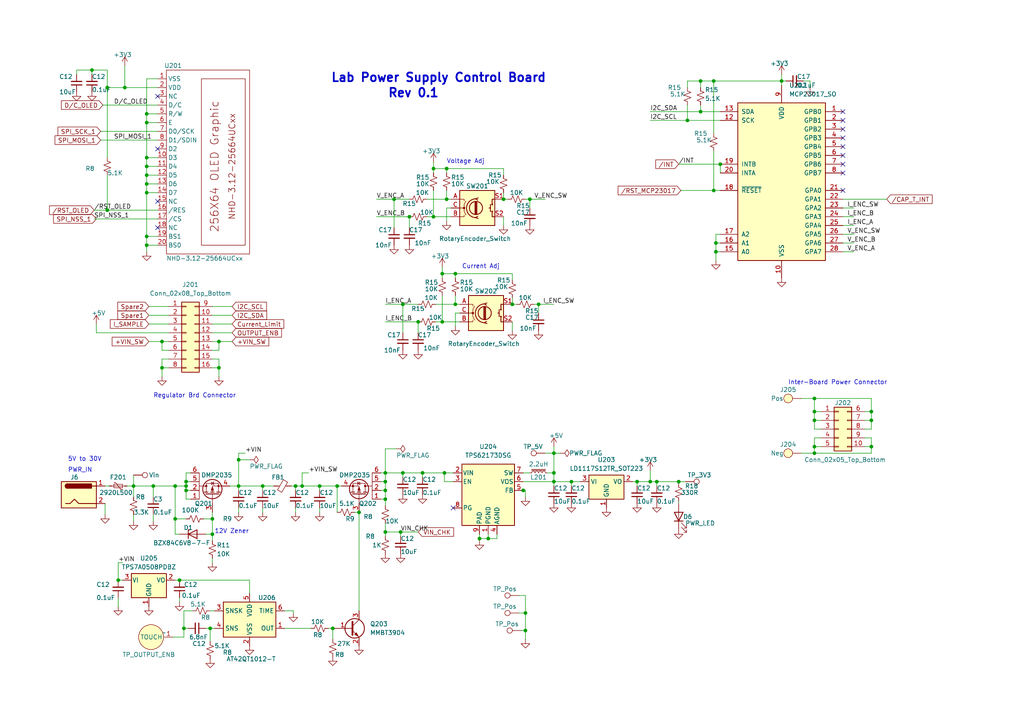
<source format=kicad_sch>
(kicad_sch (version 20230121) (generator eeschema)
  (paper "A4")
  (title_block (date "2023-12-24") (comment 1 "Jerry O'Keefe"))
  (junction (at 207.645 73.025))
  (junction (at 207.645 70.485))
  (junction (at 52.07 168.275))
  (junction (at 132.08 88.265))
  (junction (at 188.595 139.7))
  (junction (at 207.01 23.495))
  (junction (at 203.2 23.495))
  (junction (at 111.76 142.24))
  (junction (at 118.745 62.865))
  (junction (at 125.73 48.895))
  (junction (at 85.725 140.97))
  (junction (at 121.285 93.345))
  (junction (at 69.215 140.97))
  (junction (at 236.22 131.445))
  (junction (at 42.545 50.8))
  (junction (at 196.85 139.7))
  (junction (at 236.22 129.54))
  (junction (at 69.215 133.35))
  (junction (at 129.54 57.785))
  (junction (at 153.67 57.785))
  (junction (at 252.73 121.92))
  (junction (at 226.695 23.495))
  (junction (at 36.195 25.4))
  (junction (at 53.34 182.245))
  (junction (at 114.3 57.785))
  (junction (at 156.21 88.265))
  (junction (at 141.605 156.21))
  (junction (at 97.79 140.97))
  (junction (at 111.76 144.78))
  (junction (at 53.975 139.7))
  (junction (at 63.5 106.68))
  (junction (at 208.915 47.625))
  (junction (at 31.115 25.4))
  (junction (at 31.115 60.96))
  (junction (at 199.39 34.925))
  (junction (at 132.08 79.375))
  (junction (at 44.45 140.97))
  (junction (at 146.05 57.785))
  (junction (at 125.73 62.865))
  (junction (at 50.8 140.97))
  (junction (at 236.22 119.38))
  (junction (at 34.29 168.275))
  (junction (at 252.73 129.54))
  (junction (at 151.765 142.24))
  (junction (at 122.555 137.16))
  (junction (at 190.5 139.7))
  (junction (at 63.5 99.06))
  (junction (at 111.76 154.305))
  (junction (at 116.84 137.16))
  (junction (at 128.905 137.16))
  (junction (at 42.545 33.02))
  (junction (at 87.63 140.97))
  (junction (at 111.76 139.7))
  (junction (at 42.545 45.72))
  (junction (at 46.99 99.06))
  (junction (at 236.22 115.57))
  (junction (at 236.22 121.92))
  (junction (at 42.545 53.34))
  (junction (at 116.84 88.265))
  (junction (at 42.545 68.58))
  (junction (at 61.595 150.495))
  (junction (at 139.065 156.21))
  (junction (at 128.27 93.345))
  (junction (at 129.54 48.895))
  (junction (at 38.735 140.97))
  (junction (at 42.545 35.56))
  (junction (at 42.545 71.12))
  (junction (at 160.655 137.16))
  (junction (at 50.8 150.495))
  (junction (at 42.545 48.26))
  (junction (at 165.735 139.7))
  (junction (at 160.655 131.445))
  (junction (at 46.99 106.68))
  (junction (at 76.2 140.97))
  (junction (at 252.73 119.38))
  (junction (at 152.4 182.88))
  (junction (at 104.14 148.59))
  (junction (at 96.52 182.245))
  (junction (at 207.01 55.245))
  (junction (at 42.545 55.88))
  (junction (at 160.655 139.7))
  (junction (at 60.96 182.245))
  (junction (at 61.595 154.94))
  (junction (at 26.67 20.32))
  (junction (at 203.2 32.385))
  (junction (at 53.975 140.97))
  (junction (at 111.76 137.16))
  (junction (at 116.205 154.305))
  (junction (at 148.59 88.265))
  (junction (at 53.975 142.24))
  (junction (at 92.71 140.97))
  (junction (at 128.27 79.375))
  (junction (at 152.4 177.8))
  (junction (at 184.785 139.7))
  (no_connect (at 131.445 147.32))
  (no_connect (at 244.475 55.245))
  (no_connect (at 45.72 43.18))
  (no_connect (at 244.475 34.925))
  (no_connect (at 45.72 58.42))
  (no_connect (at 244.475 40.005))
  (no_connect (at 45.72 66.04))
  (no_connect (at 244.475 50.165))
  (no_connect (at 244.475 42.545))
  (no_connect (at 244.475 32.385))
  (no_connect (at 45.72 27.94))
  (no_connect (at 244.475 47.625))
  (no_connect (at 244.475 37.465))
  (no_connect (at 244.475 45.085))
  (wire (pts (xy 95.25 182.245) (xy 96.52 182.245)))
  (wire (pts (xy 42.545 68.58) (xy 45.72 68.58)))
  (wire (pts (xy 188.595 136.525) (xy 188.595 139.7)))
  (wire (pts (xy 139.065 156.21) (xy 141.605 156.21)))
  (wire (pts (xy 130.81 60.325) (xy 129.54 60.325)))
  (wire (pts (xy 196.85 146.05) (xy 196.85 145.415)))
  (wire (pts (xy 53.34 184.785) (xy 50.165 184.785)))
  (wire (pts (xy 87.63 137.16) (xy 89.535 137.16)))
  (wire (pts (xy 125.73 46.99) (xy 125.73 48.895)))
  (wire (pts (xy 111.76 88.265) (xy 116.84 88.265)))
  (wire (pts (xy 60.96 177.165) (xy 62.23 177.165)))
  (wire (pts (xy 92.71 140.97) (xy 92.71 142.24)))
  (wire (pts (xy 139.065 156.21) (xy 139.065 156.845)))
  (wire (pts (xy 71.12 131.445) (xy 69.215 131.445)))
  (wire (pts (xy 236.22 131.445) (xy 252.73 131.445)))
  (wire (pts (xy 152.4 172.72) (xy 150.495 172.72)))
  (wire (pts (xy 102.87 148.59) (xy 104.14 148.59)))
  (wire (pts (xy 42.545 53.34) (xy 45.72 53.34)))
  (wire (pts (xy 69.215 140.97) (xy 76.2 140.97)))
  (wire (pts (xy 160.655 131.445) (xy 160.655 137.16)))
  (wire (pts (xy 156.21 88.265) (xy 156.21 90.805)))
  (wire (pts (xy 236.22 121.92) (xy 238.125 121.92)))
  (wire (pts (xy 45.72 48.26) (xy 42.545 48.26)))
  (wire (pts (xy 111.76 130.175) (xy 111.76 137.16)))
  (wire (pts (xy 110.49 142.24) (xy 111.76 142.24)))
  (wire (pts (xy 42.545 45.72) (xy 45.72 45.72)))
  (wire (pts (xy 111.76 144.78) (xy 111.76 146.685)))
  (wire (pts (xy 27.305 63.5) (xy 45.72 63.5)))
  (wire (pts (xy 69.215 131.445) (xy 69.215 133.35)))
  (wire (pts (xy 207.01 55.245) (xy 207.01 43.815)))
  (wire (pts (xy 114.935 130.175) (xy 111.76 130.175)))
  (wire (pts (xy 252.73 119.38) (xy 252.73 121.92)))
  (wire (pts (xy 207.645 70.485) (xy 207.645 73.025)))
  (wire (pts (xy 87.63 140.97) (xy 92.71 140.97)))
  (wire (pts (xy 61.595 104.14) (xy 63.5 104.14)))
  (wire (pts (xy 252.73 115.57) (xy 236.22 115.57)))
  (wire (pts (xy 61.595 99.06) (xy 63.5 99.06)))
  (wire (pts (xy 226.695 23.495) (xy 207.01 23.495)))
  (wire (pts (xy 128.27 93.345) (xy 133.35 93.345)))
  (wire (pts (xy 42.545 71.12) (xy 42.545 68.58)))
  (wire (pts (xy 148.59 86.36) (xy 148.59 88.265)))
  (wire (pts (xy 60.96 182.245) (xy 62.23 182.245)))
  (wire (pts (xy 53.975 137.16) (xy 53.975 139.7)))
  (wire (pts (xy 50.8 154.94) (xy 50.8 150.495)))
  (wire (pts (xy 42.545 45.72) (xy 42.545 35.56)))
  (wire (pts (xy 152.4 182.88) (xy 152.4 177.8)))
  (wire (pts (xy 27.94 93.98) (xy 27.94 96.52)))
  (wire (pts (xy 126.365 93.345) (xy 128.27 93.345)))
  (wire (pts (xy 42.545 50.8) (xy 45.72 50.8)))
  (wire (pts (xy 111.76 154.305) (xy 111.76 155.575)))
  (wire (pts (xy 184.785 139.7) (xy 188.595 139.7)))
  (wire (pts (xy 53.975 140.97) (xy 53.975 142.24)))
  (wire (pts (xy 207.01 23.495) (xy 203.2 23.495)))
  (wire (pts (xy 29.21 38.1) (xy 45.72 38.1)))
  (wire (pts (xy 114.3 66.04) (xy 114.3 57.785)))
  (wire (pts (xy 132.08 79.375) (xy 148.59 79.375)))
  (wire (pts (xy 132.08 85.725) (xy 132.08 88.265)))
  (wire (pts (xy 118.745 62.865) (xy 118.745 66.04)))
  (wire (pts (xy 42.545 55.88) (xy 42.545 53.34)))
  (wire (pts (xy 46.99 99.06) (xy 48.895 99.06)))
  (wire (pts (xy 238.125 127) (xy 236.22 127)))
  (wire (pts (xy 52.07 174.625) (xy 52.07 173.355)))
  (wire (pts (xy 139.065 154.94) (xy 139.065 156.21)))
  (wire (pts (xy 236.22 129.54) (xy 238.125 129.54)))
  (wire (pts (xy 196.85 139.7) (xy 196.85 140.335)))
  (wire (pts (xy 42.545 71.12) (xy 45.72 71.12)))
  (wire (pts (xy 207.645 73.025) (xy 208.915 73.025)))
  (wire (pts (xy 208.915 50.165) (xy 208.915 47.625)))
  (wire (pts (xy 82.55 177.165) (xy 85.09 177.165)))
  (wire (pts (xy 50.8 140.97) (xy 53.975 140.97)))
  (wire (pts (xy 188.595 139.7) (xy 190.5 139.7)))
  (wire (pts (xy 132.08 80.645) (xy 132.08 79.375)))
  (wire (pts (xy 183.515 139.7) (xy 184.785 139.7)))
  (wire (pts (xy 69.215 140.97) (xy 69.215 142.24)))
  (wire (pts (xy 61.595 148.59) (xy 61.595 150.495)))
  (wire (pts (xy 42.545 33.02) (xy 45.72 33.02)))
  (wire (pts (xy 151.13 142.24) (xy 151.765 142.24)))
  (wire (pts (xy 52.07 168.275) (xy 72.39 168.275)))
  (wire (pts (xy 226.695 23.495) (xy 227.965 23.495)))
  (wire (pts (xy 87.63 140.97) (xy 87.63 137.16)))
  (wire (pts (xy 63.5 99.06) (xy 67.31 99.06)))
  (wire (pts (xy 50.8 140.97) (xy 50.8 150.495)))
  (wire (pts (xy 60.96 182.245) (xy 60.96 186.055)))
  (wire (pts (xy 42.545 45.72) (xy 42.545 48.26)))
  (wire (pts (xy 42.545 33.02) (xy 42.545 22.86)))
  (wire (pts (xy 236.22 124.46) (xy 236.22 121.92)))
  (wire (pts (xy 125.73 62.865) (xy 130.81 62.865)))
  (wire (pts (xy 27.305 60.96) (xy 31.115 60.96)))
  (wire (pts (xy 132.08 90.805) (xy 132.08 94.615)))
  (wire (pts (xy 53.34 177.165) (xy 53.34 182.245)))
  (wire (pts (xy 236.22 115.57) (xy 236.22 119.38)))
  (wire (pts (xy 244.475 65.405) (xy 247.65 65.405)))
  (wire (pts (xy 203.2 23.495) (xy 203.2 25.4)))
  (wire (pts (xy 43.18 88.9) (xy 48.895 88.9)))
  (wire (pts (xy 97.79 140.97) (xy 97.79 148.59)))
  (wire (pts (xy 152.4 142.24) (xy 152.4 144.145)))
  (wire (pts (xy 252.73 131.445) (xy 252.73 129.54)))
  (wire (pts (xy 252.73 119.38) (xy 252.73 115.57)))
  (wire (pts (xy 53.975 139.7) (xy 53.975 140.97)))
  (wire (pts (xy 129.54 48.895) (xy 125.73 48.895)))
  (wire (pts (xy 154.94 88.265) (xy 156.21 88.265)))
  (wire (pts (xy 156.21 88.265) (xy 160.655 88.265)))
  (wire (pts (xy 53.34 177.165) (xy 55.88 177.165)))
  (wire (pts (xy 46.99 106.68) (xy 46.99 109.22)))
  (wire (pts (xy 72.39 168.275) (xy 72.39 172.085)))
  (wire (pts (xy 236.22 121.92) (xy 236.22 119.38)))
  (wire (pts (xy 146.05 55.88) (xy 146.05 57.785)))
  (wire (pts (xy 110.49 139.7) (xy 111.76 139.7)))
  (wire (pts (xy 160.655 139.7) (xy 160.655 140.97)))
  (wire (pts (xy 42.545 73.025) (xy 42.545 71.12)))
  (wire (pts (xy 36.83 140.97) (xy 38.735 140.97)))
  (wire (pts (xy 59.69 182.245) (xy 60.96 182.245)))
  (wire (pts (xy 69.215 133.35) (xy 72.39 133.35)))
  (wire (pts (xy 151.13 182.88) (xy 152.4 182.88)))
  (wire (pts (xy 63.5 104.14) (xy 63.5 106.68)))
  (wire (pts (xy 141.605 154.94) (xy 141.605 156.21)))
  (wire (pts (xy 42.545 53.34) (xy 42.545 50.8)))
  (wire (pts (xy 116.205 154.305) (xy 116.205 155.575)))
  (wire (pts (xy 146.05 62.865) (xy 146.05 65.405)))
  (wire (pts (xy 53.975 142.24) (xy 53.975 144.78)))
  (wire (pts (xy 152.4 57.785) (xy 153.67 57.785)))
  (wire (pts (xy 199.39 34.925) (xy 208.915 34.925)))
  (wire (pts (xy 69.215 133.35) (xy 69.215 140.97)))
  (wire (pts (xy 46.99 104.14) (xy 46.99 106.68)))
  (wire (pts (xy 61.595 88.9) (xy 67.31 88.9)))
  (wire (pts (xy 110.49 137.16) (xy 111.76 137.16)))
  (wire (pts (xy 190.5 139.7) (xy 190.5 140.97)))
  (wire (pts (xy 196.85 47.625) (xy 208.915 47.625)))
  (wire (pts (xy 165.735 139.7) (xy 168.275 139.7)))
  (wire (pts (xy 250.825 127) (xy 252.73 127)))
  (wire (pts (xy 207.645 67.945) (xy 207.645 70.485)))
  (wire (pts (xy 129.54 60.325) (xy 129.54 64.135)))
  (wire (pts (xy 42.545 35.56) (xy 45.72 35.56)))
  (wire (pts (xy 132.08 88.265) (xy 133.35 88.265)))
  (wire (pts (xy 116.84 137.16) (xy 122.555 137.16)))
  (wire (pts (xy 48.895 101.6) (xy 46.99 101.6)))
  (wire (pts (xy 226.695 23.495) (xy 226.695 24.765)))
  (wire (pts (xy 42.545 68.58) (xy 42.545 55.88)))
  (wire (pts (xy 244.475 67.945) (xy 247.65 67.945)))
  (wire (pts (xy 197.485 55.245) (xy 207.01 55.245)))
  (wire (pts (xy 111.76 137.16) (xy 116.84 137.16)))
  (wire (pts (xy 44.45 151.13) (xy 44.45 149.225)))
  (wire (pts (xy 53.34 182.245) (xy 54.61 182.245)))
  (wire (pts (xy 121.285 93.345) (xy 121.285 96.52)))
  (wire (pts (xy 85.725 140.97) (xy 87.63 140.97)))
  (wire (pts (xy 42.545 48.26) (xy 42.545 50.8)))
  (wire (pts (xy 85.725 148.59) (xy 85.725 147.32)))
  (wire (pts (xy 38.735 149.225) (xy 38.735 151.13)))
  (wire (pts (xy 133.35 90.805) (xy 132.08 90.805)))
  (wire (pts (xy 160.655 139.7) (xy 165.735 139.7)))
  (wire (pts (xy 45.72 25.4) (xy 36.195 25.4)))
  (wire (pts (xy 148.59 79.375) (xy 148.59 81.28)))
  (wire (pts (xy 42.545 35.56) (xy 42.545 33.02)))
  (wire (pts (xy 63.5 106.68) (xy 63.5 109.22)))
  (wire (pts (xy 27.94 96.52) (xy 48.895 96.52)))
  (wire (pts (xy 55.245 137.16) (xy 53.975 137.16)))
  (wire (pts (xy 196.85 139.7) (xy 198.755 139.7)))
  (wire (pts (xy 160.655 129.54) (xy 160.655 131.445)))
  (wire (pts (xy 69.215 148.59) (xy 69.215 147.32)))
  (wire (pts (xy 150.495 177.8) (xy 152.4 177.8)))
  (wire (pts (xy 207.01 23.495) (xy 207.01 38.735)))
  (wire (pts (xy 59.69 154.94) (xy 61.595 154.94)))
  (wire (pts (xy 132.08 79.375) (xy 128.27 79.375)))
  (wire (pts (xy 34.29 163.195) (xy 35.56 163.195)))
  (wire (pts (xy 131.445 139.7) (xy 128.905 139.7)))
  (wire (pts (xy 244.475 57.785) (xy 257.175 57.785)))
  (wire (pts (xy 111.76 137.16) (xy 111.76 139.7)))
  (wire (pts (xy 109.22 62.865) (xy 118.745 62.865)))
  (wire (pts (xy 31.115 50.8) (xy 31.115 60.96)))
  (wire (pts (xy 66.675 140.97) (xy 69.215 140.97)))
  (wire (pts (xy 244.475 62.865) (xy 247.65 62.865)))
  (wire (pts (xy 30.48 140.97) (xy 31.75 140.97)))
  (wire (pts (xy 236.22 119.38) (xy 238.125 119.38)))
  (wire (pts (xy 116.84 137.16) (xy 116.84 138.43)))
  (wire (pts (xy 148.59 93.345) (xy 148.59 95.885)))
  (wire (pts (xy 46.99 101.6) (xy 46.99 99.06)))
  (wire (pts (xy 84.455 140.97) (xy 85.725 140.97)))
  (wire (pts (xy 111.76 139.7) (xy 111.76 142.24)))
  (wire (pts (xy 50.8 168.275) (xy 52.07 168.275)))
  (wire (pts (xy 244.475 60.325) (xy 247.65 60.325)))
  (wire (pts (xy 129.54 48.895) (xy 146.05 48.895)))
  (wire (pts (xy 36.195 19.05) (xy 36.195 25.4)))
  (wire (pts (xy 43.18 99.06) (xy 46.99 99.06)))
  (wire (pts (xy 111.76 154.305) (xy 116.205 154.305)))
  (wire (pts (xy 252.73 129.54) (xy 250.825 129.54)))
  (wire (pts (xy 165.735 139.7) (xy 165.735 140.97)))
  (wire (pts (xy 61.595 150.495) (xy 61.595 154.94)))
  (wire (pts (xy 250.825 119.38) (xy 252.73 119.38)))
  (wire (pts (xy 146.05 48.895) (xy 146.05 50.8)))
  (wire (pts (xy 34.29 175.895) (xy 34.29 173.355)))
  (wire (pts (xy 53.975 144.78) (xy 55.245 144.78)))
  (wire (pts (xy 38.735 137.795) (xy 38.735 140.97)))
  (wire (pts (xy 34.29 168.275) (xy 35.56 168.275)))
  (wire (pts (xy 232.41 115.57) (xy 236.22 115.57)))
  (wire (pts (xy 52.07 154.94) (xy 50.8 154.94)))
  (wire (pts (xy 53.975 142.24) (xy 55.245 142.24)))
  (wire (pts (xy 152.4 177.8) (xy 152.4 172.72)))
  (wire (pts (xy 26.67 20.32) (xy 31.115 20.32)))
  (wire (pts (xy 128.27 79.375) (xy 128.27 80.645)))
  (wire (pts (xy 226.695 21.59) (xy 226.695 23.495)))
  (wire (pts (xy 31.115 25.4) (xy 31.115 45.72)))
  (wire (pts (xy 34.29 163.195) (xy 34.29 168.275)))
  (wire (pts (xy 116.84 96.52) (xy 116.84 88.265)))
  (wire (pts (xy 153.67 57.785) (xy 158.115 57.785)))
  (wire (pts (xy 61.595 101.6) (xy 63.5 101.6)))
  (wire (pts (xy 160.655 139.7) (xy 151.765 139.7)))
  (wire (pts (xy 203.2 30.48) (xy 203.2 32.385)))
  (wire (pts (xy 29.21 40.64) (xy 45.72 40.64)))
  (wire (pts (xy 129.54 55.245) (xy 129.54 57.785)))
  (wire (pts (xy 151.765 137.16) (xy 153.67 137.16)))
  (wire (pts (xy 61.595 161.925) (xy 61.595 163.195)))
  (wire (pts (xy 76.2 140.97) (xy 79.375 140.97)))
  (wire (pts (xy 208.915 32.385) (xy 203.2 32.385)))
  (wire (pts (xy 63.5 101.6) (xy 63.5 99.06)))
  (wire (pts (xy 122.555 137.16) (xy 122.555 138.43)))
  (wire (pts (xy 129.54 57.785) (xy 130.81 57.785)))
  (wire (pts (xy 53.975 139.7) (xy 55.245 139.7)))
  (wire (pts (xy 128.27 85.725) (xy 128.27 93.345)))
  (wire (pts (xy 184.785 139.7) (xy 184.785 140.97)))
  (wire (pts (xy 244.475 73.025) (xy 247.65 73.025)))
  (wire (pts (xy 208.915 67.945) (xy 207.645 67.945)))
  (wire (pts (xy 250.825 121.92) (xy 252.73 121.92)))
  (wire (pts (xy 97.79 140.97) (xy 99.06 140.97)))
  (wire (pts (xy 146.05 57.785) (xy 147.32 57.785)))
  (wire (pts (xy 85.09 177.165) (xy 85.09 177.8)))
  (wire (pts (xy 158.115 131.445) (xy 160.655 131.445)))
  (wire (pts (xy 114.3 57.785) (xy 118.745 57.785)))
  (wire (pts (xy 123.825 57.785) (xy 129.54 57.785)))
  (wire (pts (xy 232.41 131.445) (xy 236.22 131.445)))
  (wire (pts (xy 252.73 127) (xy 252.73 129.54)))
  (wire (pts (xy 123.825 62.865) (xy 125.73 62.865)))
  (wire (pts (xy 96.52 182.245) (xy 96.52 185.42)))
  (wire (pts (xy 233.045 23.495) (xy 234.95 23.495)))
  (wire (pts (xy 92.71 140.97) (xy 97.79 140.97)))
  (wire (pts (xy 141.605 156.21) (xy 144.145 156.21)))
  (wire (pts (xy 128.905 137.16) (xy 131.445 137.16)))
  (wire (pts (xy 30.48 146.05) (xy 30.48 149.225)))
  (wire (pts (xy 236.22 129.54) (xy 236.22 131.445)))
  (wire (pts (xy 207.645 73.025) (xy 207.645 75.565)))
  (wire (pts (xy 31.115 60.96) (xy 45.72 60.96)))
  (wire (pts (xy 61.595 96.52) (xy 67.31 96.52)))
  (wire (pts (xy 82.55 182.245) (xy 90.17 182.245)))
  (wire (pts (xy 38.735 140.97) (xy 38.735 144.145)))
  (wire (pts (xy 59.055 150.495) (xy 61.595 150.495)))
  (wire (pts (xy 104.14 148.59) (xy 104.14 177.165)))
  (wire (pts (xy 76.2 147.32) (xy 76.2 148.59)))
  (wire (pts (xy 153.67 57.785) (xy 153.67 60.325)))
  (wire (pts (xy 43.18 93.98) (xy 48.895 93.98)))
  (wire (pts (xy 203.2 32.385) (xy 188.595 32.385)))
  (wire (pts (xy 151.765 142.24) (xy 152.4 142.24)))
  (wire (pts (xy 44.45 140.97) (xy 44.45 144.145)))
  (wire (pts (xy 238.125 124.46) (xy 236.22 124.46)))
  (wire (pts (xy 22.225 20.32) (xy 26.67 20.32)))
  (wire (pts (xy 244.475 70.485) (xy 247.65 70.485)))
  (wire (pts (xy 38.735 140.97) (xy 44.45 140.97)))
  (wire (pts (xy 50.8 150.495) (xy 53.975 150.495)))
  (wire (pts (xy 46.99 106.68) (xy 48.895 106.68)))
  (wire (pts (xy 43.18 91.44) (xy 48.895 91.44)))
  (wire (pts (xy 116.205 154.305) (xy 121.285 154.305)))
  (wire (pts (xy 128.27 77.47) (xy 128.27 79.375)))
  (wire (pts (xy 42.545 55.88) (xy 45.72 55.88)))
  (wire (pts (xy 29.845 30.48) (xy 45.72 30.48)))
  (wire (pts (xy 122.555 137.16) (xy 128.905 137.16)))
  (wire (pts (xy 203.2 23.495) (xy 199.39 23.495)))
  (wire (pts (xy 31.115 20.32) (xy 31.115 25.4)))
  (wire (pts (xy 61.595 154.94) (xy 61.595 156.845)))
  (wire (pts (xy 26.67 20.32) (xy 26.67 21.59)))
  (wire (pts (xy 236.22 127) (xy 236.22 129.54)))
  (wire (pts (xy 111.76 151.765) (xy 111.76 154.305)))
  (wire (pts (xy 125.73 48.895) (xy 125.73 50.165)))
  (wire (pts (xy 85.725 140.97) (xy 85.725 142.24)))
  (wire (pts (xy 207.645 70.485) (xy 208.915 70.485)))
  (wire (pts (xy 111.76 144.78) (xy 110.49 144.78)))
  (wire (pts (xy 42.545 22.86) (xy 45.72 22.86)))
  (wire (pts (xy 128.905 139.7) (xy 128.905 137.16)))
  (wire (pts (xy 125.73 55.245) (xy 125.73 62.865)))
  (wire (pts (xy 116.84 88.265) (xy 121.285 88.265)))
  (wire (pts (xy 22.225 20.32) (xy 22.225 21.59)))
  (wire (pts (xy 160.655 139.7) (xy 160.655 137.16)))
  (wire (pts (xy 199.39 30.48) (xy 199.39 34.925)))
  (wire (pts (xy 53.34 184.785) (xy 53.34 182.245)))
  (wire (pts (xy 199.39 23.495) (xy 199.39 25.4)))
  (wire (pts (xy 148.59 88.265) (xy 149.86 88.265)))
  (wire (pts (xy 152.4 185.42) (xy 152.4 182.88)))
  (wire (pts (xy 61.595 91.44) (xy 67.31 91.44)))
  (wire (pts (xy 160.655 131.445) (xy 162.56 131.445)))
  (wire (pts (xy 188.595 34.925) (xy 199.39 34.925)))
  (wire (pts (xy 61.595 93.98) (xy 67.31 93.98)))
  (wire (pts (xy 126.365 88.265) (xy 132.08 88.265)))
  (wire (pts (xy 109.22 57.785) (xy 114.3 57.785)))
  (wire (pts (xy 129.54 50.165) (xy 129.54 48.895)))
  (wire (pts (xy 111.76 142.24) (xy 111.76 144.78)))
  (wire (pts (xy 158.75 137.16) (xy 160.655 137.16)))
  (wire (pts (xy 44.45 140.97) (xy 50.8 140.97)))
  (wire (pts (xy 76.2 140.97) (xy 76.2 142.24)))
  (wire (pts (xy 234.95 23.495) (xy 234.95 25.4)))
  (wire (pts (xy 111.76 93.345) (xy 121.285 93.345)))
  (wire (pts (xy 31.115 25.4) (xy 36.195 25.4)))
  (wire (pts (xy 92.71 147.32) (xy 92.71 148.59)))
  (wire (pts (xy 208.915 55.245) (xy 207.01 55.245)))
  (wire (pts (xy 61.595 106.68) (xy 63.5 106.68)))
  (wire (pts (xy 252.73 121.92) (xy 252.73 124.46)))
  (wire (pts (xy 144.145 156.21) (xy 144.145 154.94)))
  (wire (pts (xy 190.5 139.7) (xy 196.85 139.7)))
  (wire (pts (xy 252.73 124.46) (xy 250.825 124.46)))
  (wire (pts (xy 48.895 104.14) (xy 46.99 104.14)))
  (text "Voltage Adj" (at 129.54 47.625 0) (effects (font (size 1.27 1.27)) (justify left bottom)))
  (text "5V to 30V" (at 19.685 133.985 0) (effects (font (size 1.27 1.27)) (justify left bottom)))
  (text "Regulator Brd Connector" (at 44.45 115.57 0) (effects (font (size 1.27 1.27)) (justify left bottom)))
  (text "12V Zener" (at 62.23 154.94 0) (effects (font (size 1.27 1.27)) (justify left bottom)))
  (text "Rev 0.1" (at 112.395 28.575 0) (effects (font (size 2.5 2.5) bold) (justify left bottom)))
  (text "Inter-Board Power Connector" (at 228.6 111.76 0) (effects (font (size 1.27 1.27)) (justify left bottom)))
  (text "PWR_IN" (at 19.685 137.16 0) (effects (font (size 1.27 1.27)) (justify left bottom)))
  (text "Current Adj" (at 133.985 78.105 0) (effects (font (size 1.27 1.27)) (justify left bottom)))
  (text "Lab Power Supply Control Board" (at 95.885 24.13 0) (effects (font (size 2.5 2.5) (thickness 0.5) bold) (justify left bottom)))
  (label "SPI_NSS_1" (at 27.305 63.5 0))
  (label "V_ENC_B" (at 245.745 70.485 0))
  (label "+VIN_SW" (at 89.535 137.16 0))
  (label "{slash}RST_OLED" (at 27.305 60.96 0))
  (label "+VIN" (at 71.12 131.445 0))
  (label "I_ENC_SW" (at 157.48 88.265 0))
  (label "V_ENC_B" (at 109.22 62.865 0))
  (label "I_ENC_A" (at 111.76 88.265 0))
  (label "I2C_SDA" (at 188.595 32.385 0))
  (label "I_ENC_A" (at 245.745 65.405 0))
  (label "I_ENC_B" (at 245.745 62.865 0))
  (label "I_ENC_B" (at 111.76 93.345 0))
  (label "{slash}INT" (at 196.85 47.625 0))
  (label "SPI_MOSI_1" (at 33.02 40.64 0))
  (label "D{slash}C_OLED" (at 33.02 30.48 0))
  (label "+VIN" (at 34.29 163.195 0))
  (label "V_ENC_SW" (at 245.745 67.945 0))
  (label "I2C_SCL" (at 188.595 34.925 0))
  (label "I_ENC_SW" (at 245.745 60.325 0))
  (label "VIN_CHK" (at 116.205 154.305 0))
  (label "V_ENC_A" (at 109.22 57.785 0))
  (label "V_ENC_SW" (at 154.94 57.785 0))
  (label "V_ENC_A" (at 245.745 73.025 0))
  (global_label "Spare1" (shape input) (at 43.18 91.44 180) (property "Intersheetrefs" "${INTERSHEET_REFS}" (effects hide)))
  (global_label "Current_Limit" (shape input) (at 67.31 93.98 0) (property "Intersheetrefs" "${INTERSHEET_REFS}" (effects hide)))
  (global_label "I2C_SCL" (shape input) (at 67.31 88.9 0) (property "Intersheetrefs" "${INTERSHEET_REFS}" (effects hide)))
  (global_label "SPI_NSS_1" (shape input) (at 27.94 63.5 180) (property "Intersheetrefs" "${INTERSHEET_REFS}" (effects hide)))
  (global_label "D{slash}C_OLED" (shape input) (at 29.845 30.48 180) (property "Intersheetrefs" "${INTERSHEET_REFS}" (effects hide)))
  (global_label "+VIN_SW" (shape input) (at 43.18 99.06 180) (property "Intersheetrefs" "${INTERSHEET_REFS}" (effects hide)))
  (global_label "{slash}RST_OLED" (shape input) (at 27.305 60.96 180) (property "Intersheetrefs" "${INTERSHEET_REFS}" (effects hide)))
  (global_label "{slash}RST_MCP23017" (shape input) (at 197.485 55.245 180) (property "Intersheetrefs" "${INTERSHEET_REFS}" (effects hide)))
  (global_label "SPI_SCK_1" (shape input) (at 29.21 38.1 180) (property "Intersheetrefs" "${INTERSHEET_REFS}" (effects hide)))
  (global_label "VIN_CHK" (shape input) (at 121.285 154.305 0) (property "Intersheetrefs" "${INTERSHEET_REFS}" (effects hide)))
  (global_label "I2C_SDA" (shape input) (at 67.31 91.44 0) (property "Intersheetrefs" "${INTERSHEET_REFS}" (effects hide)))
  (global_label "I_SAMPLE" (shape input) (at 43.18 93.98 180) (property "Intersheetrefs" "${INTERSHEET_REFS}" (effects hide)))
  (global_label "{slash}INT" (shape input) (at 196.85 47.625 180) (property "Intersheetrefs" "${INTERSHEET_REFS}" (effects hide)))
  (global_label "OUTPUT_ENB" (shape input) (at 67.31 96.52 0) (property "Intersheetrefs" "${INTERSHEET_REFS}" (effects hide)))
  (global_label "SPI_MOSI_1" (shape input) (at 29.21 40.64 180) (property "Intersheetrefs" "${INTERSHEET_REFS}" (effects hide)))
  (global_label "{slash}CAP_T_INT" (shape input) (at 257.175 57.785 0) (property "Intersheetrefs" "${INTERSHEET_REFS}" (effects hide)))
  (global_label "+VIN_SW" (shape input) (at 67.31 99.06 0) (property "Intersheetrefs" "${INTERSHEET_REFS}" (effects hide)))
  (global_label "Spare2" (shape input) (at 43.18 88.9 180) (property "Intersheetrefs" "${INTERSHEET_REFS}" (effects hide)))
  (symbol (lib_id "Regulator_Linear:LD1117S12TR_SOT223") (at 175.895 139.7 0) (unit 1)
    (property "Reference" "U203" (at 175.895 133.35 0))
    (property "Value" "LD1117S12TR_SOT223" (at 175.895 135.89 0))
    (property "Footprint" "Package_TO_SOT_SMD:SOT-223-3_TabPin2" (effects hide))
    (property "Datasheet" "http://www.st.com/st-web-ui/static/active/en/resource/technical/document/datasheet/CD00000544.pdf" (effects hide))
  )
  (symbol (lib_id "power:+3V3") (at 125.73 46.99 0) (unit 1)
    (property "Reference" "#PWR035" (effects hide))
    (property "Value" "+3V3" (at 125.095 43.815 0))
    (instances (project "eFuse_voltmeter_r5" (path "" (reference "#PWR035") (unit 1))) (project "new_lps" (path "" (reference "#PWR04") (unit 1)) (path "" (reference "#PWR0206") (unit 1))))
  )
  (symbol (lib_id "Device:R_Small_US") (at 38.735 146.685 0) (unit 1)
    (property "Reference" "R8" (at 39.37 144.145 0) (effects (justify left)))
    (property "Value" "3.3K" (at 38.735 148.59 0) (effects (justify left)))
    (property "Footprint" "Resistor_SMD:R_0603_1608Metric_Pad0.98x0.95mm_HandSolder" (effects hide))
    (property "Description" " RES 10K OHM %1 1/10W 1206 SMD" (effects hide))
    (instances (project "eFuse_voltmeter_r5" (path "" (reference "R8") (unit 1))) (project "new_lps" (path "" (reference "R218") (unit 1))) (project "fpga_ps_6" (path "" (reference "R22") (unit 1))))
  )
  (symbol (lib_id "Device:R_Small_US") (at 31.115 48.26 0) (unit 1)
    (property "Reference" "R8" (at 24.765 48.895 0) (effects (justify left)))
    (property "Value" "5.1K" (at 31.115 50.165 0) (effects (justify left)))
    (property "Footprint" "Resistor_SMD:R_0603_1608Metric_Pad0.98x0.95mm_HandSolder" (effects hide))
    (property "Description" " RES 10K OHM %1 1/10W 1206 SMD" (effects hide))
    (instances (project "eFuse_voltmeter_r5" (path "" (reference "R8") (unit 1))) (project "new_lps" (path "" (reference "R204") (unit 1))) (project "fpga_ps_6" (path "" (reference "R22") (unit 1))))
  )
  (symbol (lib_id "Device:C_Small") (at 52.07 170.815 180) (unit 1)
    (property "Reference" "C12" (at 53.34 169.545 0) (effects (justify right)))
    (property "Value" "0.1uF" (at 52.705 172.72 0) (effects (justify right)))
    (property "Footprint" "Capacitor_SMD:C_0603_1608Metric_Pad1.08x0.95mm_HandSolder" (effects hide))
    (property "Description" "CAP CER, 0.1uF, 25V, X7R, 1206" (effects hide))
    (property "Vendor" "Digikey" (effects hide))
    (property "Vendor #" "1276-1017-1-ND" (effects hide))
    (instances (project "eFuse_voltmeter_r5" (path "" (reference "C12") (unit 1))) (project "new_lps" (path "" (reference "C223") (unit 1))) (project "fpga_ps_6" (path "" (reference "C31") (unit 1))))
  )
  (symbol (lib_id "power:GND") (at 132.08 94.615 0) (unit 1)
    (property "Reference" "#PWR044" (effects hide))
    (property "Value" "GND" (effects hide))
    (instances (project "eFuse_voltmeter_r5" (path "" (reference "#PWR044") (unit 1))) (project "new_lps" (path "" (reference "#PWR07") (unit 1)) (path "" (reference "#PWR0217") (unit 1))) (project "fpga_ps_6" (path "" (reference "#PWR021") (unit 1))))
  )
  (symbol (lib_id "power:GND") (at 60.96 191.135 0) (unit 1)
    (property "Reference" "#PWR012" (effects hide))
    (property "Value" "GND" (effects hide))
    (instances (project "eFuse_voltmeter_r5" (path "" (reference "#PWR012") (unit 1))) (project "new_lps" (path "" (reference "#PWR0254") (unit 1))) (project "fpga_ps_6" (path "" (reference "#PWR021") (unit 1))))
  )
  (symbol (lib_id "power:GND") (at 92.71 148.59 0) (unit 1)
    (property "Reference" "#PWR030" (effects hide))
    (property "Value" "GND" (effects hide))
    (instances (project "eFuse_voltmeter_r5" (path "" (reference "#PWR030") (unit 1))) (project "new_lps" (path "" (reference "#PWR0237") (unit 1))) (project "fpga_ps_6" (path "" (reference "#PWR021") (unit 1))))
  )
  (symbol (lib_id "jerrys_Library:banana_jack") (at 229.87 114.3 0) (mirror y) (unit 1)
    (property "Reference" "J205" (at 228.6 113.03 0))
    (property "Value" "Pos" (at 225.425 115.57 0))
  )
  (symbol (lib_id "Device:C_Small") (at 230.505 23.495 90) (unit 1)
    (property "Reference" "C17" (at 231.14 22.225 90) (effects (justify right)))
    (property "Value" "0.1uF" (at 231.14 24.765 90) (effects (justify right)))
    (property "Footprint" "Capacitor_SMD:C_0603_1608Metric_Pad1.08x0.95mm_HandSolder" (effects hide))
    (property "Description" "CAP CER, 0.1uF, 25V, X7R, 1206" (effects hide))
    (property "Vendor" "Digikey" (effects hide))
    (property "Vendor #" "1276-1017-1-ND" (effects hide))
    (instances (project "eFuse_voltmeter_r5" (path "" (reference "C17") (unit 1))) (project "new_lps" (path "" (reference "C2") (unit 1)) (path "" (reference "C201") (unit 1))) (project "fpga_ps_8.3" (path "" (reference "C3") (unit 1))))
  )
  (symbol (lib_id "Device:C_Small") (at 116.84 140.97 180) (unit 1)
    (property "Reference" "C12" (at 116.84 139.065 0) (effects (justify right)))
    (property "Value" "10uF" (at 116.84 142.875 0) (effects (justify right)))
    (property "Footprint" "Capacitor_SMD:C_0603_1608Metric_Pad1.08x0.95mm_HandSolder" (effects hide))
    (property "Description" "CAP CER, 0.1uF, 25V, X7R, 1206" (effects hide))
    (property "Vendor" "Digikey" (effects hide))
    (property "Vendor #" "1276-1017-1-ND" (effects hide))
    (instances (project "eFuse_voltmeter_r5" (path "" (reference "C12") (unit 1))) (project "new_lps" (path "" (reference "C210") (unit 1))) (project "fpga_ps_6" (path "" (reference "C31") (unit 1))))
  )
  (symbol (lib_id "power:GND") (at 22.225 26.67 0) (unit 1)
    (property "Reference" "#PWR030" (effects hide))
    (property "Value" "GND" (effects hide))
    (instances (project "eFuse_voltmeter_r5" (path "" (reference "#PWR030") (unit 1))) (project "new_lps" (path "" (reference "#PWR0204") (unit 1))) (project "fpga_ps_6" (path "" (reference "#PWR021") (unit 1))))
  )
  (symbol (lib_id "Transistor_BJT:MMBT3904") (at 101.6 182.245 0) (unit 1)
    (property "Reference" "Q203" (at 107.315 180.975 0) (effects (justify left)))
    (property "Value" "MMBT3904" (at 107.315 183.515 0) (effects (justify left)))
    (property "Footprint" "Package_TO_SOT_SMD:SOT-23" (effects hide))
    (property "Datasheet" "https://www.onsemi.com/pdf/datasheet/pzt3904-d.pdf" (effects hide))
  )
  (symbol (lib_id "Connector:TestPoint") (at 150.495 172.72 90) (mirror x) (unit 1) (in_bom no)
    (property "Reference" "TP_5V1" (effects hide))
    (property "Value" "TP_Pos" (at 149.86 170.815 90) (effects (justify left)))
    (property "Footprint" "TestPoint:TestPoint_THTPad_D2.0mm_Drill1.0mm" (effects hide))
    (instances (project "eFuse_voltmeter_r5" (path "" (reference "TP_5V1") (unit 1))) (project "new_lps" (path "" (reference "TP_5V205") (unit 1))) (project "fpga_ps_6" (path "" (reference "TP10") (unit 1))))
  )
  (symbol (lib_id "power:GND") (at 76.2 148.59 0) (unit 1)
    (property "Reference" "#PWR030" (effects hide))
    (property "Value" "GND" (effects hide))
    (instances (project "eFuse_voltmeter_r5" (path "" (reference "#PWR030") (unit 1))) (project "new_lps" (path "" (reference "#PWR0235") (unit 1))) (project "fpga_ps_6" (path "" (reference "#PWR021") (unit 1))))
  )
  (symbol (lib_id "Device:RotaryEncoder_Switch") (at 140.97 90.805 0) (unit 1)
    (property "Reference" "SW202" (at 140.97 84.455 0))
    (property "Value" "RotaryEncoder_Switch" (at 140.335 99.695 0))
  )
  (symbol (lib_id "power:GND") (at 156.21 95.885 0) (unit 1)
    (property "Reference" "#PWR044" (effects hide))
    (property "Value" "GND" (effects hide))
    (instances (project "eFuse_voltmeter_r5" (path "" (reference "#PWR044") (unit 1))) (project "new_lps" (path "" (reference "#PWR07") (unit 1)) (path "" (reference "#PWR0219") (unit 1))) (project "fpga_ps_6" (path "" (reference "#PWR021") (unit 1))))
  )
  (symbol (lib_id "power:GND") (at 121.285 101.6 0) (unit 1)
    (property "Reference" "#PWR044" (effects hide))
    (property "Value" "GND" (effects hide))
    (instances (project "eFuse_voltmeter_r5" (path "" (reference "#PWR044") (unit 1))) (project "new_lps" (path "" (reference "#PWR07") (unit 1)) (path "" (reference "#PWR0221") (unit 1))) (project "fpga_ps_6" (path "" (reference "#PWR021") (unit 1))))
  )
  (symbol (lib_id "Device:C_Small") (at 160.655 143.51 180) (unit 1)
    (property "Reference" "C12" (at 160.655 141.605 0) (effects (justify right)))
    (property "Value" "10uF" (at 160.655 145.415 0) (effects (justify right)))
    (property "Footprint" "Capacitor_SMD:C_0603_1608Metric_Pad1.08x0.95mm_HandSolder" (effects hide))
    (property "Description" "CAP CER, 0.1uF, 25V, X7R, 1206" (effects hide))
    (property "Vendor" "Digikey" (effects hide))
    (property "Vendor #" "1276-1017-1-ND" (effects hide))
    (instances (project "eFuse_voltmeter_r5" (path "" (reference "C12") (unit 1))) (project "new_lps" (path "" (reference "C212") (unit 1))) (project "fpga_ps_6" (path "" (reference "C31") (unit 1))))
  )
  (symbol (lib_id "power:GND") (at 152.4 185.42 0) (unit 1)
    (property "Reference" "#PWR024" (effects hide))
    (property "Value" "GND" (effects hide))
    (instances (project "eFuse_voltmeter_r5" (path "" (reference "#PWR024") (unit 1))) (project "new_lps" (path "" (reference "#PWR027") (unit 1)) (path "" (reference "#PWR0250") (unit 1))) (project "fpga_ps_6" (path "" (reference "#PWR021") (unit 1))))
  )
  (symbol (lib_id "power:GND") (at 153.67 65.405 0) (unit 1)
    (property "Reference" "#PWR044" (effects hide))
    (property "Value" "GND" (effects hide))
    (instances (project "eFuse_voltmeter_r5" (path "" (reference "#PWR044") (unit 1))) (project "new_lps" (path "" (reference "#PWR07") (unit 1)) (path "" (reference "#PWR0209") (unit 1))) (project "fpga_ps_6" (path "" (reference "#PWR021") (unit 1))))
  )
  (symbol (lib_id "power:+5V") (at 160.655 129.54 0) (mirror y) (unit 1)
    (property "Reference" "#PWR013" (effects hide))
    (property "Value" "+5V" (at 161.29 126.365 0))
    (instances (project "eFuse_voltmeter_r5" (path "" (reference "#PWR013") (unit 1))) (project "new_lps" (path "" (reference "#PWR0224") (unit 1))))
  )
  (symbol (lib_id "Device:R_Small_US") (at 123.825 93.345 90) (unit 1)
    (property "Reference" "R15" (at 127.635 95.25 90) (effects (justify left)))
    (property "Value" "10K" (at 128.27 92.075 90) (effects (justify left)))
    (property "Footprint" "Resistor_SMD:R_0603_1608Metric_Pad0.98x0.95mm_HandSolder" (effects hide))
    (property "Description" " RES 10K OHM %1 1/10W 1206 SMD" (effects hide))
    (instances (project "eFuse_voltmeter_r5" (path "" (reference "R15") (unit 1))) (project "new_lps" (path "" (reference "R5") (unit 1)) (path "" (reference "R216") (unit 1))) (project "fpga_ps_6" (path "" (reference "R22") (unit 1))))
  )
  (symbol (lib_id "Device:R_Small_US") (at 128.27 83.185 0) (unit 1)
    (property "Reference" "R15" (at 123.19 81.915 0) (effects (justify left)))
    (property "Value" "10K" (at 123.19 83.82 0) (effects (justify left)))
    (property "Footprint" "Resistor_SMD:R_0603_1608Metric_Pad0.98x0.95mm_HandSolder" (effects hide))
    (property "Description" " RES 10K OHM %1 1/10W 1206 SMD" (effects hide))
    (instances (project "eFuse_voltmeter_r5" (path "" (reference "R15") (unit 1))) (project "new_lps" (path "" (reference "R5") (unit 1)) (path "" (reference "R211") (unit 1))) (project "fpga_ps_6" (path "" (reference "R22") (unit 1))))
  )
  (symbol (lib_id "Device:R_Small_US") (at 100.33 148.59 90) (unit 1)
    (property "Reference" "R9" (at 102.87 150.495 90) (effects (justify left)))
    (property "Value" "5.1K" (at 102.87 146.05 90) (effects (justify left)))
    (property "Footprint" "Resistor_SMD:R_0603_1608Metric_Pad0.98x0.95mm_HandSolder" (effects hide))
    (property "Description" " RES 10K OHM %1 1/10W 1206 SMD" (effects hide))
    (instances (project "eFuse_voltmeter_r5" (path "" (reference "R9") (unit 1))) (project "new_lps" (path "" (reference "R219") (unit 1))) (project "fpga_ps_6" (path "" (reference "R22") (unit 1))))
  )
  (symbol (lib_id "Device:R_Small_US") (at 148.59 83.82 0) (unit 1)
    (property "Reference" "R15" (at 144.145 81.28 0) (effects (justify left)))
    (property "Value" "10K" (at 143.51 83.185 0) (effects (justify left)))
    (property "Footprint" "Resistor_SMD:R_0603_1608Metric_Pad0.98x0.95mm_HandSolder" (effects hide))
    (property "Description" " RES 10K OHM %1 1/10W 1206 SMD" (effects hide))
    (instances (project "eFuse_voltmeter_r5" (path "" (reference "R15") (unit 1))) (project "new_lps" (path "" (reference "R5") (unit 1)) (path "" (reference "R213") (unit 1))) (project "fpga_ps_6" (path "" (reference "R22") (unit 1))))
  )
  (symbol (lib_id "Device:C_Small") (at 76.2 144.78 180) (unit 1)
    (property "Reference" "C12" (at 76.2 142.875 0) (effects (justify right)))
    (property "Value" "10uF" (at 76.2 146.685 0) (effects (justify right)))
    (property "Footprint" "Capacitor_SMD:C_0603_1608Metric_Pad1.08x0.95mm_HandSolder" (effects hide))
    (property "Description" "CAP CER, 0.1uF, 25V, X7R, 1206" (effects hide))
    (property "Vendor" "Digikey" (effects hide))
    (property "Vendor #" "1276-1017-1-ND" (effects hide))
    (instances (project "eFuse_voltmeter_r5" (path "" (reference "C12") (unit 1))) (project "new_lps" (path "" (reference "C217") (unit 1))) (project "fpga_ps_6" (path "" (reference "C31") (unit 1))))
  )
  (symbol (lib_id "power:GND") (at 85.725 148.59 0) (unit 1)
    (property "Reference" "#PWR030" (effects hide))
    (property "Value" "GND" (effects hide))
    (instances (project "eFuse_voltmeter_r5" (path "" (reference "#PWR030") (unit 1))) (project "new_lps" (path "" (reference "#PWR0236") (unit 1))) (project "fpga_ps_6" (path "" (reference "#PWR021") (unit 1))))
  )
  (symbol (lib_id "power:GND") (at 116.205 160.655 0) (unit 1)
    (property "Reference" "#PWR030" (effects hide))
    (property "Value" "GND" (effects hide))
    (instances (project "eFuse_voltmeter_r5" (path "" (reference "#PWR030") (unit 1))) (project "new_lps" (path "" (reference "#PWR0244") (unit 1))) (project "fpga_ps_6" (path "" (reference "#PWR021") (unit 1))))
  )
  (symbol (lib_id "Device:C_Small") (at 121.285 99.06 0) (unit 1)
    (property "Reference" "C17" (at 125.095 97.155 0) (effects (justify right)))
    (property "Value" "10nF" (at 127.635 100.965 0) (effects (justify right)))
    (property "Footprint" "Capacitor_SMD:C_0603_1608Metric_Pad1.08x0.95mm_HandSolder" (effects hide))
    (property "Description" "CAP CER, 0.1uF, 25V, X7R, 1206" (effects hide))
    (property "Vendor" "Digikey" (effects hide))
    (property "Vendor #" "1276-1017-1-ND" (effects hide))
    (instances (project "eFuse_voltmeter_r5" (path "" (reference "C17") (unit 1))) (project "new_lps" (path "" (reference "C2") (unit 1)) (path "" (reference "C209") (unit 1))) (project "fpga_ps_8.3" (path "" (reference "C3") (unit 1))))
  )
  (symbol (lib_id "power:GND") (at 61.595 163.195 0) (unit 1)
    (property "Reference" "#PWR012" (effects hide))
    (property "Value" "GND" (effects hide))
    (instances (project "eFuse_voltmeter_r5" (path "" (reference "#PWR012") (unit 1))) (project "new_lps" (path "" (reference "#PWR0245") (unit 1))) (project "fpga_ps_6" (path "" (reference "#PWR021") (unit 1))))
  )
  (symbol (lib_id "power:GND") (at 129.54 64.135 0) (unit 1)
    (property "Reference" "#PWR044" (effects hide))
    (property "Value" "GND" (effects hide))
    (instances (project "eFuse_voltmeter_r5" (path "" (reference "#PWR044") (unit 1))) (project "new_lps" (path "" (reference "#PWR07") (unit 1)) (path "" (reference "#PWR0207") (unit 1))) (project "fpga_ps_6" (path "" (reference "#PWR021") (unit 1))))
  )
  (symbol (lib_id "power:+3V3") (at 36.195 19.05 0) (unit 1)
    (property "Reference" "#PWR035" (effects hide))
    (property "Value" "+3V3" (at 35.56 15.875 0))
    (instances (project "eFuse_voltmeter_r5" (path "" (reference "#PWR035") (unit 1))) (project "new_lps" (path "" (reference "#PWR04") (unit 1)) (path "" (reference "#PWR0201") (unit 1))))
  )
  (symbol (lib_id "Device:R_Small_US") (at 149.86 57.785 90) (unit 1)
    (property "Reference" "R15" (at 153.67 59.69 90) (effects (justify left)))
    (property "Value" "10K" (at 151.765 55.88 90) (effects (justify left)))
    (property "Footprint" "Resistor_SMD:R_0603_1608Metric_Pad0.98x0.95mm_HandSolder" (effects hide))
    (property "Description" " RES 10K OHM %1 1/10W 1206 SMD" (effects hide))
    (instances (project "eFuse_voltmeter_r5" (path "" (reference "R15") (unit 1))) (project "new_lps" (path "" (reference "R5") (unit 1)) (path "" (reference "R209") (unit 1))) (project "fpga_ps_6" (path "" (reference "R22") (unit 1))))
  )
  (symbol (lib_id "power:GND") (at 234.95 25.4 0) (unit 1)
    (property "Reference" "#PWR024" (effects hide))
    (property "Value" "GND" (effects hide))
    (instances (project "eFuse_voltmeter_r5" (path "" (reference "#PWR024") (unit 1))) (project "new_lps" (path "" (reference "#PWR027") (unit 1)) (path "" (reference "#PWR0203") (unit 1))) (project "fpga_ps_6" (path "" (reference "#PWR021") (unit 1))))
  )
  (symbol (lib_id "power:GND") (at 118.745 71.12 0) (unit 1)
    (property "Reference" "#PWR044" (effects hide))
    (property "Value" "GND" (effects hide))
    (instances (project "eFuse_voltmeter_r5" (path "" (reference "#PWR044") (unit 1))) (project "new_lps" (path "" (reference "#PWR07") (unit 1)) (path "" (reference "#PWR0211") (unit 1))) (project "fpga_ps_6" (path "" (reference "#PWR021") (unit 1))))
  )
  (symbol (lib_id "power:GND") (at 139.065 156.845 0) (unit 1)
    (property "Reference" "#PWR030" (effects hide))
    (property "Value" "GND" (effects hide))
    (instances (project "eFuse_voltmeter_r5" (path "" (reference "#PWR030") (unit 1))) (project "new_lps" (path "" (reference "#PWR0242") (unit 1))) (project "fpga_ps_6" (path "" (reference "#PWR021") (unit 1))))
  )
  (symbol (lib_id "Device:R_Small_US") (at 121.285 57.785 90) (unit 1)
    (property "Reference" "R15" (at 120.65 59.055 90) (effects (justify left)))
    (property "Value" "10K" (at 124.46 55.88 90) (effects (justify left)))
    (property "Footprint" "Resistor_SMD:R_0603_1608Metric_Pad0.98x0.95mm_HandSolder" (effects hide))
    (property "Description" " RES 10K OHM %1 1/10W 1206 SMD" (effects hide))
    (instances (project "eFuse_voltmeter_r5" (path "" (reference "R15") (unit 1))) (project "new_lps" (path "" (reference "R5") (unit 1)) (path "" (reference "R208") (unit 1))) (project "fpga_ps_6" (path "" (reference "R22") (unit 1))))
  )
  (symbol (lib_id "jerrys_Library:banana_jack") (at 229.87 130.175 0) (mirror y) (unit 1)
    (property "Reference" "J204" (at 228.6 128.905 0))
    (property "Value" "Neg" (at 225.425 131.445 0))
  )
  (symbol (lib_id "Device:C_Small") (at 85.725 144.78 180) (unit 1)
    (property "Reference" "C12" (at 85.725 142.875 0) (effects (justify right)))
    (property "Value" "0.1uF" (at 85.725 146.685 0) (effects (justify right)))
    (property "Footprint" "Capacitor_SMD:C_0603_1608Metric_Pad1.08x0.95mm_HandSolder" (effects hide))
    (property "Description" "CAP CER, 0.1uF, 25V, X7R, 1206" (effects hide))
    (property "Vendor" "Digikey" (effects hide))
    (property "Vendor #" "1276-1017-1-ND" (effects hide))
    (instances (project "eFuse_voltmeter_r5" (path "" (reference "C12") (unit 1))) (project "new_lps" (path "" (reference "C218") (unit 1))) (project "fpga_ps_6" (path "" (reference "C31") (unit 1))))
  )
  (symbol (lib_id "power:GND") (at 196.85 153.67 0) (unit 1)
    (property "Reference" "#PWR030" (effects hide))
    (property "Value" "GND" (effects hide))
    (instances (project "eFuse_voltmeter_r5" (path "" (reference "#PWR030") (unit 1))) (project "new_lps" (path "" (reference "#PWR0241") (unit 1))) (project "fpga_ps_6" (path "" (reference "#PWR021") (unit 1))))
  )
  (symbol (lib_id "power:PWR_FLAG") (at 162.56 131.445 270) (mirror x) (unit 1)
    (property "Reference" "#FLG04" (effects hide))
    (property "Value" "PWR_FLAG" (at 165.1 131.445 90) (effects (justify left)))
    (instances (project "eFuse_voltmeter_r5" (path "" (reference "#FLG04") (unit 1))) (project "new_lps" (path "" (reference "#FLG0202") (unit 1))) (project "fpga_ps_6" (path "" (reference "#FLG02") (unit 1))))
  )
  (symbol (lib_id "power:PWR_FLAG") (at 72.39 133.35 270) (mirror x) (unit 1)
    (property "Reference" "#FLG04" (effects hide))
    (property "Value" "PWR_FLAG" (at 72.39 135.255 90) (effects (justify left)))
    (instances (project "eFuse_voltmeter_r5" (path "" (reference "#FLG04") (unit 1))) (project "new_lps" (path "" (reference "#FLG0203") (unit 1)) (path "" (reference "#FLG0102") (unit 1))) (project "fpga_ps_6" (path "" (reference "#FLG02") (unit 1))))
  )
  (symbol (lib_id "Diode:BZX84Cxx") (at 55.88 154.94 0) (unit 1)
    (property "Reference" "D1" (at 54.61 153.035 0))
    (property "Value" "BZX84C6V8-7-F" (at 52.705 157.48 0))
    (property "Footprint" "Package_TO_SOT_SMD:SOT-23" (effects hide))
    (property "Datasheet" "https://www.diodes.com/assets/Datasheets/ds18001.pdf" (effects hide))
    (property "Vendor" "Digikey" (effects hide))
    (property "Vendor #" "BZX84C6V8-FDICT-ND " (effects hide))
    (instances (project "eFuse_voltmeter_r5" (path "" (reference "D1") (unit 1))) (project "new_lps" (path "" (reference "D202") (unit 1))))
  )
  (symbol (lib_id "power:GND") (at 184.785 146.05 0) (unit 1)
    (property "Reference" "#PWR030" (effects hide))
    (property "Value" "GND" (effects hide))
    (instances (project "eFuse_voltmeter_r5" (path "" (reference "#PWR030") (unit 1))) (project "new_lps" (path "" (reference "#PWR0231") (unit 1))) (project "fpga_ps_6" (path "" (reference "#PWR021") (unit 1))))
  )
  (symbol (lib_id "Connector:TestPoint") (at 38.735 137.795 270) (unit 1) (in_bom no)
    (property "Reference" "Vin1" (effects hide))
    (property "Value" "Vin" (at 43.18 137.795 90) (effects (justify left)))
    (property "Footprint" "TestPoint:TestPoint_THTPad_D2.0mm_Drill1.0mm" (effects hide))
    (instances (project "eFuse_voltmeter_r5" (path "" (reference "Vin1") (unit 1))) (project "new_lps" (path "" (reference "Vin201") (unit 1))) (project "fpga_ps_6" (path "" (reference "TP10") (unit 1))))
  )
  (symbol (lib_id "Device:C_Small") (at 69.215 144.78 180) (unit 1)
    (property "Reference" "C12" (at 69.215 142.875 0) (effects (justify right)))
    (property "Value" "0.1uF" (at 69.215 146.685 0) (effects (justify right)))
    (property "Footprint" "Capacitor_SMD:C_0603_1608Metric_Pad1.08x0.95mm_HandSolder" (effects hide))
    (property "Description" "CAP CER, 0.1uF, 25V, X7R, 1206" (effects hide))
    (property "Vendor" "Digikey" (effects hide))
    (property "Vendor #" "1276-1017-1-ND" (effects hide))
    (instances (project "eFuse_voltmeter_r5" (path "" (reference "C12") (unit 1))) (project "new_lps" (path "" (reference "C216") (unit 1))) (project "fpga_ps_6" (path "" (reference "C31") (unit 1))))
  )
  (symbol (lib_id "Connector_Generic:Conn_02x05_Top_Bottom") (at 243.205 124.46 0) (unit 1)
    (property "Reference" "J202" (at 244.475 116.84 0))
    (property "Value" "Conn_02x05_Top_Bottom" (at 245.11 133.35 0))
  )
  (symbol (lib_id "Device:C_Small") (at 57.15 182.245 270) (unit 1)
    (property "Reference" "C12" (at 59.69 186.69 90) (effects (justify right)))
    (property "Value" "6.8nF" (at 60.325 184.785 90) (effects (justify right)))
    (property "Footprint" "Capacitor_SMD:C_0603_1608Metric_Pad1.08x0.95mm_HandSolder" (effects hide))
    (property "Description" "CAP CER, 0.1uF, 25V, X7R, 1206" (effects hide))
    (property "Vendor" "Digikey" (effects hide))
    (property "Vendor #" "1276-1017-1-ND" (effects hide))
    (instances (project "eFuse_voltmeter_r5" (path "" (reference "C12") (unit 1))) (project "new_lps" (path "" (reference "C224") (unit 1))) (project "fpga_ps_6" (path "" (reference "C31") (unit 1))))
  )
  (symbol (lib_id "power:GND") (at 43.18 175.895 0) (unit 1)
    (property "Reference" "#PWR012" (effects hide))
    (property "Value" "GND" (effects hide))
    (instances (project "eFuse_voltmeter_r5" (path "" (reference "#PWR012") (unit 1))) (project "new_lps" (path "" (reference "#PWR0248") (unit 1))) (project "fpga_ps_6" (path "" (reference "#PWR021") (unit 1))))
  )
  (symbol (lib_id "Regulator_Switching:TPS62173DSG") (at 141.605 144.78 0) (unit 1)
    (property "Reference" "U204" (at 141.605 129.54 0))
    (property "Value" "TPS62173DSG" (at 141.605 132.08 0))
    (property "Footprint" "Package_SON:WSON-8-1EP_2x2mm_P0.5mm_EP0.9x1.6mm_ThermalVias" (effects hide))
    (property "Datasheet" "http://www.ti.com/lit/ds/symlink/tps62170.pdf" (effects hide))
  )
  (symbol (lib_id "Device:R_Small_US") (at 199.39 27.94 0) (unit 1)
    (property "Reference" "R15" (at 193.675 25.4 0) (effects (justify left)))
    (property "Value" "5.1K" (at 194.31 27.305 0) (effects (justify left)))
    (property "Footprint" "Resistor_SMD:R_0603_1608Metric_Pad0.98x0.95mm_HandSolder" (effects hide))
    (property "Description" " RES 10K OHM %1 1/10W 1206 SMD" (effects hide))
    (instances (project "eFuse_voltmeter_r5" (path "" (reference "R15") (unit 1))) (project "new_lps" (path "" (reference "R5") (unit 1)) (path "" (reference "R201") (unit 1))) (project "fpga_ps_6" (path "" (reference "R22") (unit 1))))
  )
  (symbol (lib_id "Connector:TestPoint") (at 150.495 177.8 90) (mirror x) (unit 1) (in_bom no)
    (property "Reference" "TP_5V1" (effects hide))
    (property "Value" "TP_Pos" (at 149.86 175.895 90) (effects (justify left)))
    (property "Footprint" "TestPoint:TestPoint_THTPad_D2.0mm_Drill1.0mm" (effects hide))
    (instances (project "eFuse_voltmeter_r5" (path "" (reference "TP_5V1") (unit 1))) (project "new_lps" (path "" (reference "TP_5V206") (unit 1))) (project "fpga_ps_6" (path "" (reference "TP10") (unit 1))))
  )
  (symbol (lib_id "power:GND") (at 104.14 187.325 0) (unit 1)
    (property "Reference" "#PWR012" (effects hide))
    (property "Value" "GND" (effects hide))
    (instances (project "eFuse_voltmeter_r5" (path "" (reference "#PWR012") (unit 1))) (project "new_lps" (path "" (reference "#PWR0252") (unit 1))) (project "fpga_ps_6" (path "" (reference "#PWR021") (unit 1))))
  )
  (symbol (lib_id "Device:C_Small") (at 92.71 144.78 180) (unit 1)
    (property "Reference" "C12" (at 92.71 142.875 0) (effects (justify right)))
    (property "Value" "10uF" (at 92.71 146.685 0) (effects (justify right)))
    (property "Footprint" "Capacitor_SMD:C_0603_1608Metric_Pad1.08x0.95mm_HandSolder" (effects hide))
    (property "Description" "CAP CER, 0.1uF, 25V, X7R, 1206" (effects hide))
    (property "Vendor" "Digikey" (effects hide))
    (property "Vendor #" "1276-1017-1-ND" (effects hide))
    (instances (project "eFuse_voltmeter_r5" (path "" (reference "C12") (unit 1))) (project "new_lps" (path "" (reference "C219") (unit 1))) (project "fpga_ps_6" (path "" (reference "C31") (unit 1))))
  )
  (symbol (lib_id "Device:R_Small_US") (at 203.2 27.94 0) (unit 1)
    (property "Reference" "R15" (at 204.47 26.035 0) (effects (justify left)))
    (property "Value" "5.1K" (at 204.47 28.575 0) (effects (justify left)))
    (property "Footprint" "Resistor_SMD:R_0603_1608Metric_Pad0.98x0.95mm_HandSolder" (effects hide))
    (property "Description" " RES 10K OHM %1 1/10W 1206 SMD" (effects hide))
    (instances (project "eFuse_voltmeter_r5" (path "" (reference "R15") (unit 1))) (project "new_lps" (path "" (reference "R5") (unit 1)) (path "" (reference "R202") (unit 1))) (project "fpga_ps_6" (path "" (reference "R22") (unit 1))))
  )
  (symbol (lib_id "power:+3V3") (at 128.27 77.47 0) (unit 1)
    (property "Reference" "#PWR035" (effects hide))
    (property "Value" "+3V3" (at 127.635 74.295 0))
    (instances (project "eFuse_voltmeter_r5" (path "" (reference "#PWR035") (unit 1))) (project "new_lps" (path "" (reference "#PWR04") (unit 1)) (path "" (reference "#PWR0214") (unit 1))))
  )
  (symbol (lib_id "Device:R_Small_US") (at 132.08 83.185 0) (unit 1)
    (property "Reference" "R15" (at 133.35 81.915 0) (effects (justify left)))
    (property "Value" "10K" (at 133.35 83.82 0) (effects (justify left)))
    (property "Footprint" "Resistor_SMD:R_0603_1608Metric_Pad0.98x0.95mm_HandSolder" (effects hide))
    (property "Description" " RES 10K OHM %1 1/10W 1206 SMD" (effects hide))
    (instances (project "eFuse_voltmeter_r5" (path "" (reference "R15") (unit 1))) (project "new_lps" (path "" (reference "R5") (unit 1)) (path "" (reference "R212") (unit 1))) (project "fpga_ps_6" (path "" (reference "R22") (unit 1))))
  )
  (symbol (lib_id "power:GND") (at 152.4 144.145 0) (unit 1)
    (property "Reference" "#PWR030" (effects hide))
    (property "Value" "GND" (effects hide))
    (instances (project "eFuse_voltmeter_r5" (path "" (reference "#PWR030") (unit 1))) (project "new_lps" (path "" (reference "#PWR0228") (unit 1))) (project "fpga_ps_6" (path "" (reference "#PWR021") (unit 1))))
  )
  (symbol (lib_id "Device:R_Small_US") (at 60.96 188.595 180) (unit 1)
    (property "Reference" "R8" (at 67.31 189.23 0) (effects (justify left)))
    (property "Value" "5.1K" (at 66.675 187.325 0) (effects (justify left)))
    (property "Footprint" "Resistor_SMD:R_0603_1608Metric_Pad0.98x0.95mm_HandSolder" (effects hide))
    (property "Description" " RES 10K OHM %1 1/10W 1206 SMD" (effects hide))
    (instances (project "eFuse_voltmeter_r5" (path "" (reference "R8") (unit 1))) (project "new_lps" (path "" (reference "R227") (unit 1))) (project "fpga_ps_6" (path "" (reference "R22") (unit 1))))
  )
  (symbol (lib_id "Device:C_Small") (at 34.29 170.815 180) (unit 1)
    (property "Reference" "C12" (at 27.94 169.545 0) (effects (justify right)))
    (property "Value" "0.1uF" (at 27.94 173.355 0) (effects (justify right)))
    (property "Footprint" "Capacitor_SMD:C_0603_1608Metric_Pad1.08x0.95mm_HandSolder" (effects hide))
    (property "Description" "CAP CER, 0.1uF, 25V, X7R, 1206" (effects hide))
    (property "Vendor" "Digikey" (effects hide))
    (property "Vendor #" "1276-1017-1-ND" (effects hide))
    (instances (project "eFuse_voltmeter_r5" (path "" (reference "C12") (unit 1))) (project "new_lps" (path "" (reference "C222") (unit 1))) (project "fpga_ps_6" (path "" (reference "C31") (unit 1))))
  )
  (symbol (lib_id "power:GND") (at 85.09 177.8 0) (unit 1)
    (property "Reference" "#PWR012" (effects hide))
    (property "Value" "GND" (effects hide))
    (instances (project "eFuse_voltmeter_r5" (path "" (reference "#PWR012") (unit 1))) (project "new_lps" (path "" (reference "#PWR0249") (unit 1))) (project "fpga_ps_6" (path "" (reference "#PWR021") (unit 1))))
  )
  (symbol (lib_id "Device:C_Small") (at 153.67 62.865 0) (unit 1)
    (property "Reference" "C17" (at 153.67 61.595 0) (effects (justify right)))
    (property "Value" "10nF" (at 153.035 64.77 0) (effects (justify right)))
    (property "Footprint" "Capacitor_SMD:C_0603_1608Metric_Pad1.08x0.95mm_HandSolder" (effects hide))
    (property "Description" "CAP CER, 0.1uF, 25V, X7R, 1206" (effects hide))
    (property "Vendor" "Digikey" (effects hide))
    (property "Vendor #" "1276-1017-1-ND" (effects hide))
    (instances (project "eFuse_voltmeter_r5" (path "" (reference "C17") (unit 1))) (project "new_lps" (path "" (reference "C2") (unit 1)) (path "" (reference "C204") (unit 1))) (project "fpga_ps_8.3" (path "" (reference "C3") (unit 1))))
  )
  (symbol (lib_id "Device:C_Small") (at 44.45 146.685 180) (unit 1)
    (property "Reference" "C3" (at 44.45 144.78 0) (effects (justify right)))
    (property "Value" "0.1uF" (at 44.45 148.59 0) (effects (justify right)))
    (property "Footprint" "Capacitor_SMD:C_0603_1608Metric_Pad1.08x0.95mm_HandSolder" (effects hide))
    (property "Description" "CAP CER, 0.1uF, 25V, X7R, 1206" (effects hide))
    (property "Vendor" "Digikey" (effects hide))
    (property "Vendor #" "1276-1017-1-ND" (effects hide))
    (instances (project "eFuse_voltmeter_r5" (path "" (reference "C3") (unit 1))) (project "new_lps" (path "" (reference "C220") (unit 1))) (project "fpga_ps_6" (path "" (reference "C31") (unit 1))))
  )
  (symbol (lib_id "Device:R_Small_US") (at 121.285 62.865 90) (unit 1)
    (property "Reference" "R15" (at 125.095 64.77 90) (effects (justify left)))
    (property "Value" "10K" (at 125.73 61.595 90) (effects (justify left)))
    (property "Footprint" "Resistor_SMD:R_0603_1608Metric_Pad0.98x0.95mm_HandSolder" (effects hide))
    (property "Description" " RES 10K OHM %1 1/10W 1206 SMD" (effects hide))
    (instances (project "eFuse_voltmeter_r5" (path "" (reference "R15") (unit 1))) (project "new_lps" (path "" (reference "R5") (unit 1)) (path "" (reference "R210") (unit 1))) (project "fpga_ps_6" (path "" (reference "R22") (unit 1))))
  )
  (symbol (lib_id "Device:LED") (at 196.85 149.86 90) (unit 1)
    (property "Reference" "D6" (at 198.12 149.86 90) (effects (justify right)))
    (property "Value" "PWR_LED" (at 198.755 151.765 90) (effects (justify right)))
    (property "Footprint" "LED_SMD:LED_1206_3216Metric_Pad1.42x1.75mm_HandSolder" (effects hide))
    (property "Datasheet" "https://sunledusa.com/products/spec/XZM2CRK55W-3.pdf" (effects hide))
    (property "Description" "LED RED CLEAR SMD  1206 " (effects hide))
    (property "Vendor" "Digikey" (effects hide))
    (property "Vendor Part #" "1497-XZM2CRK55W-3RTCT-ND" (effects hide))
    (instances (project "eFuse_voltmeter_r5" (path "" (reference "D6") (unit 1))) (project "new_lps" (path "" (reference "D3") (unit 1)) (path "" (reference "D201") (unit 1))) (project "fpga_ps_6" (path "" (reference "D4") (unit 1))))
  )
  (symbol (lib_id "jerrys_Library:toch_pad") (at 47.625 183.515 0) (mirror y) (unit 1)
    (property "Reference" "TP_OUTPUT_ENB" (at 50.8 189.865 0) (effects (justify left)))
    (property "Value" "~" (at 47.625 183.515 0))
    (instances (project "new_lps" (path "" (reference "TP_OUTPUT_ENB") (unit 1)) (path "" (reference "PWR_ON_OFF201") (unit 1))))
  )
  (symbol (lib_id "Device:R_Small_US") (at 61.595 159.385 0) (unit 1)
    (property "Reference" "R11" (at 62.865 158.115 0) (effects (justify left)))
    (property "Value" "10K" (at 62.865 160.655 0) (effects (justify left)))
    (property "Footprint" "Resistor_SMD:R_0603_1608Metric_Pad0.98x0.95mm_HandSolder" (effects hide))
    (property "Description" " RES 10K OHM %1 1/10W 1206 SMD" (effects hide))
    (instances (project "eFuse_voltmeter_r5" (path "" (reference "R11") (unit 1))) (project "new_lps" (path "" (reference "R223") (unit 1))) (project "fpga_ps_6" (path "" (reference "R22") (unit 1))))
  )
  (symbol (lib_id "power:GND") (at 148.59 95.885 0) (unit 1)
    (property "Reference" "#PWR044" (effects hide))
    (property "Value" "GND" (effects hide))
    (instances (project "eFuse_voltmeter_r5" (path "" (reference "#PWR044") (unit 1))) (project "new_lps" (path "" (reference "#PWR07") (unit 1)) (path "" (reference "#PWR0218") (unit 1))) (project "fpga_ps_6" (path "" (reference "#PWR021") (unit 1))))
  )
  (symbol (lib_id "power:PWR_FLAG") (at 114.935 130.175 270) (mirror x) (unit 1)
    (property "Reference" "#FLG04" (effects hide))
    (property "Value" "PWR_FLAG" (at 114.935 132.08 90) (effects (justify left)))
    (instances (project "eFuse_voltmeter_r5" (path "" (reference "#FLG04") (unit 1))) (project "new_lps" (path "" (reference "#FLG0201") (unit 1)) (path "" (reference "#FLG0102") (unit 1))) (project "fpga_ps_6" (path "" (reference "#FLG02") (unit 1))))
  )
  (symbol (lib_id "Device:R_Small_US") (at 111.76 158.115 0) (unit 1)
    (property "Reference" "R8" (at 106.045 155.575 0) (effects (justify left)))
    (property "Value" "1K" (at 107.95 158.115 0) (effects (justify left)))
    (property "Footprint" "Resistor_SMD:R_0603_1608Metric_Pad0.98x0.95mm_HandSolder" (effects hide))
    (property "Description" " RES 10K OHM %1 1/10W 1206 SMD" (effects hide))
    (instances (project "eFuse_voltmeter_r5" (path "" (reference "R8") (unit 1))) (project "new_lps" (path "" (reference "R222") (unit 1))) (project "fpga_ps_6" (path "" (reference "R22") (unit 1))))
  )
  (symbol (lib_id "power:GND") (at 146.05 65.405 0) (unit 1)
    (property "Reference" "#PWR044" (effects hide))
    (property "Value" "GND" (effects hide))
    (instances (project "eFuse_voltmeter_r5" (path "" (reference "#PWR044") (unit 1))) (project "new_lps" (path "" (reference "#PWR07") (unit 1)) (path "" (reference "#PWR0208") (unit 1))) (project "fpga_ps_6" (path "" (reference "#PWR021") (unit 1))))
  )
  (symbol (lib_id "power:GND") (at 34.29 175.895 0) (unit 1)
    (property "Reference" "#PWR030" (effects hide))
    (property "Value" "GND" (effects hide))
    (instances (project "eFuse_voltmeter_r5" (path "" (reference "#PWR030") (unit 1))) (project "new_lps" (path "" (reference "#PWR0247") (unit 1))) (project "fpga_ps_6" (path "" (reference "#PWR021") (unit 1))))
  )
  (symbol (lib_id "Device:C_Small") (at 118.745 68.58 0) (unit 1)
    (property "Reference" "C17" (at 122.555 66.675 0) (effects (justify right)))
    (property "Value" "10nF" (at 125.095 70.485 0) (effects (justify right)))
    (property "Footprint" "Capacitor_SMD:C_0603_1608Metric_Pad1.08x0.95mm_HandSolder" (effects hide))
    (property "Description" "CAP CER, 0.1uF, 25V, X7R, 1206" (effects hide))
    (property "Vendor" "Digikey" (effects hide))
    (property "Vendor #" "1276-1017-1-ND" (effects hide))
    (instances (project "eFuse_voltmeter_r5" (path "" (reference "C17") (unit 1))) (project "new_lps" (path "" (reference "C2") (unit 1)) (path "" (reference "C206") (unit 1))) (project "fpga_ps_8.3" (path "" (reference "C3") (unit 1))))
  )
  (symbol (lib_id "power:GND") (at 160.655 146.05 0) (unit 1)
    (property "Reference" "#PWR030" (effects hide))
    (property "Value" "GND" (effects hide))
    (instances (project "eFuse_voltmeter_r5" (path "" (reference "#PWR030") (unit 1))) (project "new_lps" (path "" (reference "#PWR0229") (unit 1))) (project "fpga_ps_6" (path "" (reference "#PWR021") (unit 1))))
  )
  (symbol (lib_id "Device:C_Small") (at 184.785 143.51 180) (unit 1)
    (property "Reference" "C12" (at 184.785 141.605 0) (effects (justify right)))
    (property "Value" "10uF" (at 184.785 145.415 0) (effects (justify right)))
    (property "Footprint" "Capacitor_SMD:C_0603_1608Metric_Pad1.08x0.95mm_HandSolder" (effects hide))
    (property "Description" "CAP CER, 0.1uF, 25V, X7R, 1206" (effects hide))
    (property "Vendor" "Digikey" (effects hide))
    (property "Vendor #" "1276-1017-1-ND" (effects hide))
    (instances (project "eFuse_voltmeter_r5" (path "" (reference "C12") (unit 1))) (project "new_lps" (path "" (reference "C214") (unit 1))) (project "fpga_ps_6" (path "" (reference "C31") (unit 1))))
  )
  (symbol (lib_id "Device:Polyfuse_Small") (at 34.29 140.97 270) (mirror x) (unit 1)
    (property "Reference" "F201" (at 34.29 138.43 90))
    (property "Value" "2920L500" (at 33.655 142.875 90))
    (property "Footprint" "Fuse:Fuse_2920_7451Metric_Pad2.10x5.45mm_HandSolder" (effects hide))
    (property "Datasheet" "https://www.littelfuse.com/~/media/electronics/datasheets/resettable_ptcs/littelfuse_ptc_2920l_datasheet.pdf.pdf" (effects hide))
    (property "Description" "Polymeric PTC Resettable Fuse 16V 5 A Ih Surface" (effects hide))
    (property "Vendor" "Digikey" (effects hide))
    (property "Vendor Part #" "18-2920L500/16MR-ACT-ND " (effects hide))
    (instances (project "new_lps" (path "" (reference "F201") (unit 1))) (project "fpga_ps_4" (path "" (reference "F1") (unit 1))))
  )
  (symbol (lib_id "power:GND") (at 175.895 147.32 0) (unit 1)
    (property "Reference" "#PWR030" (effects hide))
    (property "Value" "GND" (effects hide))
    (instances (project "eFuse_voltmeter_r5" (path "" (reference "#PWR030") (unit 1))) (project "new_lps" (path "" (reference "#PWR0233") (unit 1))) (project "fpga_ps_6" (path "" (reference "#PWR021") (unit 1))))
  )
  (symbol (lib_id "power:GND") (at 26.67 26.67 0) (unit 1)
    (property "Reference" "#PWR030" (effects hide))
    (property "Value" "GND" (effects hide))
    (instances (project "eFuse_voltmeter_r5" (path "" (reference "#PWR030") (unit 1))) (project "new_lps" (path "" (reference "#PWR0205") (unit 1))) (project "fpga_ps_6" (path "" (reference "#PWR021") (unit 1))))
  )
  (symbol (lib_id "Sensor_Touch:AT42QT1012-T") (at 72.39 179.705 0) (mirror y) (unit 1)
    (property "Reference" "U206" (at 80.01 173.355 0) (effects (justify left)))
    (property "Value" "AT42QT1012-T" (at 80.01 191.135 0) (effects (justify left)))
    (property "Footprint" "Package_TO_SOT_SMD:SOT-23-6" (effects hide))
    (property "Datasheet" "http://ww1.microchip.com/downloads/en/DeviceDoc/40001948A.pdf" (effects hide))
  )
  (symbol (lib_id "Device:C_Small") (at 116.205 158.115 180) (unit 1)
    (property "Reference" "C12" (at 116.205 156.21 0) (effects (justify right)))
    (property "Value" "10uF" (at 116.205 160.02 0) (effects (justify right)))
    (property "Footprint" "Capacitor_SMD:C_0603_1608Metric_Pad1.08x0.95mm_HandSolder" (effects hide))
    (property "Description" "CAP CER, 0.1uF, 25V, X7R, 1206" (effects hide))
    (property "Vendor" "Digikey" (effects hide))
    (property "Vendor #" "1276-1017-1-ND" (effects hide))
    (instances (project "eFuse_voltmeter_r5" (path "" (reference "C12") (unit 1))) (project "new_lps" (path "" (reference "C221") (unit 1))) (project "fpga_ps_6" (path "" (reference "C31") (unit 1))))
  )
  (symbol (lib_id "Device:R_Small_US") (at 123.825 88.265 90) (unit 1)
    (property "Reference" "R15" (at 123.19 89.535 90) (effects (justify left)))
    (property "Value" "10K" (at 127 86.36 90) (effects (justify left)))
    (property "Footprint" "Resistor_SMD:R_0603_1608Metric_Pad0.98x0.95mm_HandSolder" (effects hide))
    (property "Description" " RES 10K OHM %1 1/10W 1206 SMD" (effects hide))
    (instances (project "eFuse_voltmeter_r5" (path "" (reference "R15") (unit 1))) (project "new_lps" (path "" (reference "R5") (unit 1)) (path "" (reference "R214") (unit 1))) (project "fpga_ps_6" (path "" (reference "R22") (unit 1))))
  )
  (symbol (lib_id "power:GND") (at 122.555 143.51 0) (unit 1)
    (property "Reference" "#PWR030" (effects hide))
    (property "Value" "GND" (effects hide))
    (instances (project "eFuse_voltmeter_r5" (path "" (reference "#PWR030") (unit 1))) (project "new_lps" (path "" (reference "#PWR0227") (unit 1))) (project "fpga_ps_6" (path "" (reference "#PWR021") (unit 1))))
  )
  (symbol (lib_id "power:GND") (at 42.545 73.025 0) (unit 1)
    (property "Reference" "#PWR024" (effects hide))
    (property "Value" "GND" (effects hide))
    (instances (project "eFuse_voltmeter_r5" (path "" (reference "#PWR024") (unit 1))) (project "new_lps" (path "" (reference "#PWR027") (unit 1)) (path "" (reference "#PWR0212") (unit 1))) (project "fpga_ps_6" (path "" (reference "#PWR021") (unit 1))))
  )
  (symbol (lib_id "power:GND") (at 46.99 109.22 0) (unit 1)
    (property "Reference" "#PWR024" (effects hide))
    (property "Value" "GND" (effects hide))
    (instances (project "eFuse_voltmeter_r5" (path "" (reference "#PWR024") (unit 1))) (project "new_lps" (path "" (reference "#PWR027") (unit 1)) (path "" (reference "#PWR0222") (unit 1))) (project "fpga_ps_6" (path "" (reference "#PWR021") (unit 1))))
  )
  (symbol (lib_id "power:GND") (at 52.07 174.625 0) (unit 1)
    (property "Reference" "#PWR030" (effects hide))
    (property "Value" "GND" (effects hide))
    (instances (project "eFuse_voltmeter_r5" (path "" (reference "#PWR030") (unit 1))) (project "new_lps" (path "" (reference "#PWR0246") (unit 1))) (project "fpga_ps_6" (path "" (reference "#PWR021") (unit 1))))
  )
  (symbol (lib_id "power:GND") (at 96.52 190.5 0) (unit 1)
    (property "Reference" "#PWR012" (effects hide))
    (property "Value" "GND" (effects hide))
    (instances (project "eFuse_voltmeter_r5" (path "" (reference "#PWR012") (unit 1))) (project "new_lps" (path "" (reference "#PWR0253") (unit 1))) (project "fpga_ps_6" (path "" (reference "#PWR021") (unit 1))))
  )
  (symbol (lib_id "Device:R_Small_US") (at 111.76 149.225 0) (unit 1)
    (property "Reference" "R8" (at 105.41 149.86 0) (effects (justify left)))
    (property "Value" "10K" (at 111.76 151.13 0) (effects (justify left)))
    (property "Footprint" "Resistor_SMD:R_0603_1608Metric_Pad0.98x0.95mm_HandSolder" (effects hide))
    (property "Description" " RES 10K OHM %1 1/10W 1206 SMD" (effects hide))
    (instances (project "eFuse_voltmeter_r5" (path "" (reference "R8") (unit 1))) (project "new_lps" (path "" (reference "R220") (unit 1))) (project "fpga_ps_6" (path "" (reference "R22") (unit 1))))
  )
  (symbol (lib_id "power:GND") (at 63.5 109.22 0) (unit 1)
    (property "Reference" "#PWR024" (effects hide))
    (property "Value" "GND" (effects hide))
    (instances (project "eFuse_voltmeter_r5" (path "" (reference "#PWR024") (unit 1))) (project "new_lps" (path "" (reference "#PWR027") (unit 1)) (path "" (reference "#PWR0223") (unit 1))) (project "fpga_ps_6" (path "" (reference "#PWR021") (unit 1))))
  )
  (symbol (lib_id "Device:R_Small_US") (at 56.515 150.495 90) (unit 1)
    (property "Reference" "R9" (at 67.31 150.495 90) (effects (justify left)))
    (property "Value" "100K" (at 57.785 147.955 90) (effects (justify left)))
    (property "Footprint" "Resistor_SMD:R_0603_1608Metric_Pad0.98x0.95mm_HandSolder" (effects hide))
    (property "Description" " RES 10K OHM %1 1/10W 1206 SMD" (effects hide))
    (instances (project "eFuse_voltmeter_r5" (path "" (reference "R9") (unit 1))) (project "new_lps" (path "" (reference "R221") (unit 1))) (project "fpga_ps_6" (path "" (reference "R22") (unit 1))))
  )
  (symbol (lib_id "power:GND") (at 226.695 80.645 0) (unit 1)
    (property "Reference" "#PWR024" (effects hide))
    (property "Value" "GND" (effects hide))
    (instances (project "eFuse_voltmeter_r5" (path "" (reference "#PWR024") (unit 1))) (project "new_lps" (path "" (reference "#PWR027") (unit 1)) (path "" (reference "#PWR0215") (unit 1))) (project "fpga_ps_6" (path "" (reference "#PWR021") (unit 1))))
  )
  (symbol (lib_id "Device:R_Small_US") (at 58.42 177.165 90) (unit 1)
    (property "Reference" "R8" (at 60.96 179.07 90) (effects (justify left)))
    (property "Value" "5.1K" (at 59.69 175.26 90) (effects (justify left)))
    (property "Footprint" "Resistor_SMD:R_0603_1608Metric_Pad0.98x0.95mm_HandSolder" (effects hide))
    (property "Description" " RES 10K OHM %1 1/10W 1206 SMD" (effects hide))
    (instances (project "eFuse_voltmeter_r5" (path "" (reference "R8") (unit 1))) (project "new_lps" (path "" (reference "R224") (unit 1))) (project "fpga_ps_6" (path "" (reference "R22") (unit 1))))
  )
  (symbol (lib_id "Device:C_Small") (at 22.225 24.13 180) (unit 1)
    (property "Reference" "C12" (at 17.145 22.225 0) (effects (justify right)))
    (property "Value" "10uF" (at 17.145 26.67 0) (effects (justify right)))
    (property "Footprint" "Capacitor_SMD:C_0603_1608Metric_Pad1.08x0.95mm_HandSolder" (effects hide))
    (property "Description" "CAP CER, 0.1uF, 25V, X7R, 1206" (effects hide))
    (property "Vendor" "Digikey" (effects hide))
    (property "Vendor #" "1276-1017-1-ND" (effects hide))
    (instances (project "eFuse_voltmeter_r5" (path "" (reference "C12") (unit 1))) (project "new_lps" (path "" (reference "C202") (unit 1))) (project "fpga_ps_6" (path "" (reference "C31") (unit 1))))
  )
  (symbol (lib_id "Device:C_Small") (at 114.3 68.58 0) (unit 1)
    (property "Reference" "C17" (at 113.665 66.675 0) (effects (justify right)))
    (property "Value" "10nF" (at 113.665 71.12 0) (effects (justify right)))
    (property "Footprint" "Capacitor_SMD:C_0603_1608Metric_Pad1.08x0.95mm_HandSolder" (effects hide))
    (property "Description" "CAP CER, 0.1uF, 25V, X7R, 1206" (effects hide))
    (property "Vendor" "Digikey" (effects hide))
    (property "Vendor #" "1276-1017-1-ND" (effects hide))
    (instances (project "eFuse_voltmeter_r5" (path "" (reference "C17") (unit 1))) (project "new_lps" (path "" (reference "C2") (unit 1)) (path "" (reference "C205") (unit 1))) (project "fpga_ps_8.3" (path "" (reference "C3") (unit 1))))
  )
  (symbol (lib_id "power:GND") (at 207.645 75.565 0) (unit 1)
    (property "Reference" "#PWR024" (effects hide))
    (property "Value" "GND" (effects hide))
    (instances (project "eFuse_voltmeter_r5" (path "" (reference "#PWR024") (unit 1))) (project "new_lps" (path "" (reference "#PWR027") (unit 1)) (path "" (reference "#PWR0213") (unit 1))) (project "fpga_ps_6" (path "" (reference "#PWR021") (unit 1))))
  )
  (symbol (lib_id "jerrys_Library:DMP2035UVT") (at 104.14 143.51 270) (mirror x) (unit 1)
    (property "Reference" "Q202" (at 106.68 146.05 90))
    (property "Value" "DMP2035" (at 102.87 137.795 90))
    (property "Footprint" "Package_TO_SOT_SMD:SOT-23-6_Handsoldering" (effects hide))
    (property "Datasheet" "https://media.digikey.com/pdf/Data%20Sheets/Diodes%20PDFs/DMP2035UVT.pdf" (effects hide))
    (property "Description" "MOSFET P-CH 20V 7.2A TSOT26" (effects hide))
    (property "Vendor" "Digikey" (effects hide))
    (property "Vendor Part #" "DMP2035UVT-13-ND " (effects hide))
    (instances (project "new_lps" (path "" (reference "Q202") (unit 1))) (project "fpga_ps_5" (path "" (reference "Q1") (unit 1))))
  )
  (symbol (lib_id "Device:C_Small") (at 26.67 24.13 180) (unit 1)
    (property "Reference" "C12" (at 26.67 22.225 0) (effects (justify right)))
    (property "Value" "0.1uF" (at 26.67 26.035 0) (effects (justify right)))
    (property "Footprint" "Capacitor_SMD:C_0603_1608Metric_Pad1.08x0.95mm_HandSolder" (effects hide))
    (property "Description" "CAP CER, 0.1uF, 25V, X7R, 1206" (effects hide))
    (property "Vendor" "Digikey" (effects hide))
    (property "Vendor #" "1276-1017-1-ND" (effects hide))
    (instances (project "eFuse_voltmeter_r5" (path "" (reference "C12") (unit 1))) (project "new_lps" (path "" (reference "C203") (unit 1))) (project "fpga_ps_6" (path "" (reference "C31") (unit 1))))
  )
  (symbol (lib_id "Device:C_Small") (at 116.84 99.06 0) (unit 1)
    (property "Reference" "C17" (at 116.205 97.155 0) (effects (justify right)))
    (property "Value" "10nF" (at 116.205 101.6 0) (effects (justify right)))
    (property "Footprint" "Capacitor_SMD:C_0603_1608Metric_Pad1.08x0.95mm_HandSolder" (effects hide))
    (property "Description" "CAP CER, 0.1uF, 25V, X7R, 1206" (effects hide))
    (property "Vendor" "Digikey" (effects hide))
    (property "Vendor #" "1276-1017-1-ND" (effects hide))
    (instances (project "eFuse_voltmeter_r5" (path "" (reference "C17") (unit 1))) (project "new_lps" (path "" (reference "C2") (unit 1)) (path "" (reference "C208") (unit 1))) (project "fpga_ps_8.3" (path "" (reference "C3") (unit 1))))
  )
  (symbol (lib_id "Device:R_Small_US") (at 92.71 182.245 270) (unit 1)
    (property "Reference" "R8" (at 90.805 184.15 90) (effects (justify left)))
    (property "Value" "10K" (at 90.17 180.34 90) (effects (justify left)))
    (property "Footprint" "Resistor_SMD:R_0603_1608Metric_Pad0.98x0.95mm_HandSolder" (effects hide))
    (property "Description" " RES 10K OHM %1 1/10W 1206 SMD" (effects hide))
    (instances (project "eFuse_voltmeter_r5" (path "" (reference "R8") (unit 1))) (project "new_lps" (path "" (reference "R225") (unit 1))) (project "fpga_ps_6" (path "" (reference "R22") (unit 1))))
  )
  (symbol (lib_id "power:GND") (at 72.39 187.325 0) (unit 1)
    (property "Reference" "#PWR012" (effects hide))
    (property "Value" "GND" (effects hide))
    (instances (project "eFuse_voltmeter_r5" (path "" (reference "#PWR012") (unit 1))) (project "new_lps" (path "" (reference "#PWR0251") (unit 1))) (project "fpga_ps_6" (path "" (reference "#PWR021") (unit 1))))
  )
  (symbol (lib_id "power:+3V3") (at 188.595 136.525 0) (unit 1)
    (property "Reference" "#PWR035" (effects hide))
    (property "Value" "+3V3" (at 187.96 133.35 0))
    (instances (project "eFuse_voltmeter_r5" (path "" (reference "#PWR035") (unit 1))) (project "new_lps" (path "" (reference "#PWR04") (unit 1)) (path "" (reference "#PWR0225") (unit 1))))
  )
  (symbol (lib_id "power:+3V3") (at 226.695 21.59 0) (unit 1)
    (property "Reference" "#PWR035" (effects hide))
    (property "Value" "+3V3" (at 226.06 18.415 0))
    (instances (project "eFuse_voltmeter_r5" (path "" (reference "#PWR035") (unit 1))) (project "new_lps" (path "" (reference "#PWR04") (unit 1)) (path "" (reference "#PWR0202") (unit 1))))
  )
  (symbol (lib_id "Device:RotaryEncoder_Switch") (at 138.43 60.325 0) (unit 1)
    (property "Reference" "SW201" (at 138.43 53.975 0))
    (property "Value" "RotaryEncoder_Switch" (at 137.795 69.215 0))
  )
  (symbol (lib_id "power:GND") (at 165.735 146.05 0) (unit 1)
    (property "Reference" "#PWR030" (effects hide))
    (property "Value" "GND" (effects hide))
    (instances (project "eFuse_voltmeter_r5" (path "" (reference "#PWR030") (unit 1))) (project "new_lps" (path "" (reference "#PWR0230") (unit 1))) (project "fpga_ps_6" (path "" (reference "#PWR021") (unit 1))))
  )
  (symbol (lib_id "Device:C_Small") (at 156.21 93.345 0) (unit 1)
    (property "Reference" "C17" (at 156.21 92.075 0) (effects (justify right)))
    (property "Value" "10nF" (at 155.575 95.25 0) (effects (justify right)))
    (property "Footprint" "Capacitor_SMD:C_0603_1608Metric_Pad1.08x0.95mm_HandSolder" (effects hide))
    (property "Description" "CAP CER, 0.1uF, 25V, X7R, 1206" (effects hide))
    (property "Vendor" "Digikey" (effects hide))
    (property "Vendor #" "1276-1017-1-ND" (effects hide))
    (instances (project "eFuse_voltmeter_r5" (path "" (reference "C17") (unit 1))) (project "new_lps" (path "" (reference "C2") (unit 1)) (path "" (reference "C207") (unit 1))) (project "fpga_ps_8.3" (path "" (reference "C3") (unit 1))))
  )
  (symbol (lib_id "Device:R_Small_US") (at 152.4 88.265 90) (unit 1)
    (property "Reference" "R15" (at 156.21 90.17 90) (effects (justify left)))
    (property "Value" "10K" (at 154.305 86.36 90) (effects (justify left)))
    (property "Footprint" "Resistor_SMD:R_0603_1608Metric_Pad0.98x0.95mm_HandSolder" (effects hide))
    (property "Description" " RES 10K OHM %1 1/10W 1206 SMD" (effects hide))
    (instances (project "eFuse_voltmeter_r5" (path "" (reference "R15") (unit 1))) (project "new_lps" (path "" (reference "R5") (unit 1)) (path "" (reference "R215") (unit 1))) (project "fpga_ps_6" (path "" (reference "R22") (unit 1))))
  )
  (symbol (lib_id "Device:R_Small_US") (at 196.85 142.875 180) (unit 1)
    (property "Reference" "R18" (at 202.565 140.97 0) (effects (justify left)))
    (property "Value" "330R" (at 202.565 142.875 0) (effects (justify left)))
    (property "Footprint" "Resistor_SMD:R_0603_1608Metric_Pad0.98x0.95mm_HandSolder" (effects hide))
    (property "Description" " RES 4.7K OHM %1 1/10W 1206 SMD" (effects hide))
    (instances (project "eFuse_voltmeter_r5" (path "" (reference "R18") (unit 1))) (project "new_lps" (path "" (reference "R6") (unit 1)) (path "" (reference "R217") (unit 1))) (project "fpga_ps_6" (path "" (reference "R34") (unit 1))))
  )
  (symbol (lib_id "jerrys_Library:OLED_256_64_SPI") (at 48.26 19.05 0) (unit 1)
    (property "Reference" "U201" (at 47.625 19.05 0) (effects (justify left)))
    (property "Value" "NHD-3.12-25664UCxx" (at 48.26 74.93 0) (effects (justify left)))
  )
  (symbol (lib_id "jerrys_Library:DMP2035UVT") (at 61.595 143.51 90) (unit 1)
    (property "Reference" "Q201" (at 59.055 146.05 90))
    (property "Value" "DMP2035" (at 62.865 137.795 90))
    (property "Footprint" "Package_TO_SOT_SMD:SOT-23-6_Handsoldering" (effects hide))
    (property "Datasheet" "https://media.digikey.com/pdf/Data%20Sheets/Diodes%20PDFs/DMP2035UVT.pdf" (effects hide))
    (property "Description" "MOSFET P-CH 20V 7.2A TSOT26" (effects hide))
    (property "Vendor" "Digikey" (effects hide))
    (property "Vendor Part #" "DMP2035UVT-13-ND " (effects hide))
    (instances (project "new_lps" (path "" (reference "Q201") (unit 1))) (project "fpga_ps_5" (path "" (reference "Q1") (unit 1))))
  )
  (symbol (lib_id "power:GND") (at 30.48 149.225 0) (unit 1)
    (property "Reference" "#PWR08" (effects hide))
    (property "Value" "GND" (effects hide))
    (instances (project "eFuse_voltmeter_r5" (path "" (reference "#PWR08") (unit 1))) (project "new_lps" (path "" (reference "#PWR0238") (unit 1))) (project "fpga_ps_6" (path "" (reference "#PWR013") (unit 1))))
  )
  (symbol (lib_id "Device:R_Small_US") (at 125.73 52.705 0) (unit 1)
    (property "Reference" "R15" (at 120.65 51.435 0) (effects (justify left)))
    (property "Value" "10K" (at 120.65 53.34 0) (effects (justify left)))
    (property "Footprint" "Resistor_SMD:R_0603_1608Metric_Pad0.98x0.95mm_HandSolder" (effects hide))
    (property "Description" " RES 10K OHM %1 1/10W 1206 SMD" (effects hide))
    (instances (project "eFuse_voltmeter_r5" (path "" (reference "R15") (unit 1))) (project "new_lps" (path "" (reference "R5") (unit 1)) (path "" (reference "R205") (unit 1))) (project "fpga_ps_6" (path "" (reference "R22") (unit 1))))
  )
  (symbol (lib_id "Connector_Generic:Conn_02x08_Top_Bottom") (at 53.975 96.52 0) (unit 1)
    (property "Reference" "J201" (at 55.245 82.55 0))
    (property "Value" "Conn_02x08_Top_Bottom" (at 55.245 85.09 0))
  )
  (symbol (lib_id "power:GND") (at 44.45 151.13 0) (unit 1)
    (property "Reference" "#PWR09" (effects hide))
    (property "Value" "GND" (effects hide))
    (instances (project "eFuse_voltmeter_r5" (path "" (reference "#PWR09") (unit 1))) (project "new_lps" (path "" (reference "#PWR0240") (unit 1))) (project "fpga_ps_6" (path "" (reference "#PWR021") (unit 1))))
  )
  (symbol (lib_id "Connector:TestPoint") (at 151.13 182.88 90) (mirror x) (unit 1) (in_bom no)
    (property "Reference" "TP_5V1" (effects hide))
    (property "Value" "TP_Pos" (at 150.495 180.975 90) (effects (justify left)))
    (property "Footprint" "TestPoint:TestPoint_THTPad_D2.0mm_Drill1.0mm" (effects hide))
    (instances (project "eFuse_voltmeter_r5" (path "" (reference "TP_5V1") (unit 1))) (project "new_lps" (path "" (reference "TP_5V207") (unit 1))) (project "fpga_ps_6" (path "" (reference "TP10") (unit 1))))
  )
  (symbol (lib_id "Device:R_Small_US") (at 146.05 53.34 0) (unit 1)
    (property "Reference" "R15" (at 141.605 50.8 0) (effects (justify left)))
    (property "Value" "10K" (at 140.97 52.705 0) (effects (justify left)))
    (property "Footprint" "Resistor_SMD:R_0603_1608Metric_Pad0.98x0.95mm_HandSolder" (effects hide))
    (property "Description" " RES 10K OHM %1 1/10W 1206 SMD" (effects hide))
    (instances (project "eFuse_voltmeter_r5" (path "" (reference "R15") (unit 1))) (project "new_lps" (path "" (reference "R5") (unit 1)) (path "" (reference "R207") (unit 1))) (project "fpga_ps_6" (path "" (reference "R22") (unit 1))))
  )
  (symbol (lib_id "Regulator_Linear:TPS7A0508PDBZ") (at 43.18 168.275 0) (unit 1)
    (property "Reference" "U205" (at 43.18 161.925 0))
    (property "Value" "TPS7A0508PDBZ" (at 43.18 164.465 0))
    (property "Footprint" "Package_TO_SOT_SMD:SOT-23" (effects hide))
    (property "Datasheet" "https://www.ti.com/lit/ds/symlink/tps7a05.pdf" (effects hide))
  )
  (symbol (lib_id "Device:R_Small_US") (at 96.52 187.96 0) (unit 1)
    (property "Reference" "R8" (at 97.155 189.865 0) (effects (justify left)))
    (property "Value" "27K" (at 97.79 186.69 0) (effects (justify left)))
    (property "Footprint" "Resistor_SMD:R_0603_1608Metric_Pad0.98x0.95mm_HandSolder" (effects hide))
    (property "Description" " RES 10K OHM %1 1/10W 1206 SMD" (effects hide))
    (instances (project "eFuse_voltmeter_r5" (path "" (reference "R8") (unit 1))) (project "new_lps" (path "" (reference "R226") (unit 1))) (project "fpga_ps_6" (path "" (reference "R22") (unit 1))))
  )
  (symbol (lib_id "power:GND") (at 69.215 148.59 0) (unit 1)
    (property "Reference" "#PWR030" (effects hide))
    (property "Value" "GND" (effects hide))
    (instances (project "eFuse_voltmeter_r5" (path "" (reference "#PWR030") (unit 1))) (project "new_lps" (path "" (reference "#PWR0234") (unit 1))) (project "fpga_ps_6" (path "" (reference "#PWR021") (unit 1))))
  )
  (symbol (lib_id "power:+5V") (at 27.94 93.98 0) (mirror y) (unit 1)
    (property "Reference" "#PWR013" (effects hide))
    (property "Value" "+5V" (at 28.575 90.805 0))
    (instances (project "eFuse_voltmeter_r5" (path "" (reference "#PWR013") (unit 1))) (project "new_lps" (path "" (reference "#PWR0216") (unit 1))))
  )
  (symbol (lib_id "power:GND") (at 38.735 151.13 0) (unit 1)
    (property "Reference" "#PWR08" (effects hide))
    (property "Value" "GND" (effects hide))
    (instances (project "eFuse_voltmeter_r5" (path "" (reference "#PWR08") (unit 1))) (project "new_lps" (path "" (reference "#PWR0239") (unit 1))) (project "fpga_ps_6" (path "" (reference "#PWR013") (unit 1))))
  )
  (symbol (lib_id "Connector:TestPoint") (at 198.755 139.7 270) (mirror x) (unit 1) (in_bom no)
    (property "Reference" "TP_5V1" (effects hide))
    (property "Value" "TP_3V3" (at 199.39 137.795 90) (effects (justify left)))
    (property "Footprint" "TestPoint:TestPoint_THTPad_D2.0mm_Drill1.0mm" (effects hide))
    (instances (project "eFuse_voltmeter_r5" (path "" (reference "TP_5V1") (unit 1))) (project "new_lps" (path "" (reference "TP_5V204") (unit 1))) (project "fpga_ps_6" (path "" (reference "TP10") (unit 1))))
  )
  (symbol (lib_id "Device:R_Small_US") (at 207.01 41.275 0) (unit 1)
    (property "Reference" "R15" (at 201.295 38.735 0) (effects (justify left)))
    (property "Value" "5.1K" (at 201.93 40.64 0) (effects (justify left)))
    (property "Footprint" "Resistor_SMD:R_0603_1608Metric_Pad0.98x0.95mm_HandSolder" (effects hide))
    (property "Description" " RES 10K OHM %1 1/10W 1206 SMD" (effects hide))
    (instances (project "eFuse_voltmeter_r5" (path "" (reference "R15") (unit 1))) (project "new_lps" (path "" (reference "R5") (unit 1)) (path "" (reference "R203") (unit 1))) (project "fpga_ps_6" (path "" (reference "R22") (unit 1))))
  )
  (symbol (lib_id "Device:R_Small_US") (at 129.54 52.705 0) (unit 1)
    (property "Reference" "R15" (at 130.81 51.435 0) (effects (justify left)))
    (property "Value" "10K" (at 130.81 53.34 0) (effects (justify left)))
    (property "Footprint" "Resistor_SMD:R_0603_1608Metric_Pad0.98x0.95mm_HandSolder" (effects hide))
    (property "Description" " RES 10K OHM %1 1/10W 1206 SMD" (effects hide))
    (instances (project "eFuse_voltmeter_r5" (path "" (reference "R15") (unit 1))) (project "new_lps" (path "" (reference "R5") (unit 1)) (path "" (reference "R206") (unit 1))) (project "fpga_ps_6" (path "" (reference "R22") (unit 1))))
  )
  (symbol (lib_id "power:GND") (at 190.5 146.05 0) (unit 1)
    (property "Reference" "#PWR030" (effects hide))
    (property "Value" "GND" (effects hide))
    (instances (project "eFuse_voltmeter_r5" (path "" (reference "#PWR030") (unit 1))) (project "new_lps" (path "" (reference "#PWR0232") (unit 1))) (project "fpga_ps_6" (path "" (reference "#PWR021") (unit 1))))
  )
  (symbol (lib_id "Device:FerriteBead_Small") (at 81.915 140.97 270) (unit 1)
    (property "Reference" "FB1" (at 78.74 138.43 90) (effects (justify left)))
    (property "Value" "FerriteBead, 6A 1 9mΩ 33Ω@100MHz ±25% 1206 Ferrite Beads ROHS" (effects hide))
    (property "Footprint" "Inductor_SMD:L_1206_3216Metric_Pad1.42x1.75mm_HandSolder" (effects hide))
    (property "Datasheet" "https://www.fair-rite.com/wp-content/themes/fair-rite/print_product.php?pid=19229" (effects hide))
    (property "Description" "FERRITE BEAD 50 OHM 1206 1LN" (effects hide))
    (property "Vendor" "Digikey" (effects hide))
    (property "Vendor Part #" "1934-1465-1-ND" (effects hide))
    (instances (project "eFuse_voltmeter_r5" (path "" (reference "FB1") (unit 1))) (project "new_lps" (path "" (reference "FB201") (unit 1))) (project "fpga_ps_6" (path "" (reference "FB2") (unit 1))))
  )
  (symbol (lib_id "Device:C_Small") (at 190.5 143.51 180) (unit 1)
    (property "Reference" "C12" (at 190.5 141.605 0) (effects (justify right)))
    (property "Value" "0.1uF" (at 190.5 145.415 0) (effects (justify right)))
    (property "Footprint" "Capacitor_SMD:C_0603_1608Metric_Pad1.08x0.95mm_HandSolder" (effects hide))
    (property "Description" "CAP CER, 0.1uF, 25V, X7R, 1206" (effects hide))
    (property "Vendor" "Digikey" (effects hide))
    (property "Vendor #" "1276-1017-1-ND" (effects hide))
    (instances (project "eFuse_voltmeter_r5" (path "" (reference "C12") (unit 1))) (project "new_lps" (path "" (reference "C215") (unit 1))) (project "fpga_ps_6" (path "" (reference "C31") (unit 1))))
  )
  (symbol (lib_id "Device:L_Iron_Small") (at 156.21 137.16 90) (unit 1)
    (property "Reference" "L201" (at 156.21 138.43 90))
    (property "Value" "2.2uH" (at 156.21 134.62 90))
    (property "Footprint" "Inductor_SMD:L_Bourns_SRR1210A" (effects hide))
    (property "Datasheet" "https://www.bourns.com/docs/product-datasheets/srp1040va.pdf" (effects hide))
    (property "Description" "FIXED IND 22UH 6A 72 MOHM SMD" (effects hide))
    (property "Vendor" "Digikey" (effects hide))
    (property "Vendor Part #" "118-SRP1040VA-220MCT-ND" (effects hide))
    (instances (project "new_lps" (path "" (reference "L201") (unit 1))) (project "fpga_ps_8" (path "" (reference "L1") (unit 1))))
  )
  (symbol (lib_id "Device:C_Small") (at 165.735 143.51 180) (unit 1)
    (property "Reference" "C12" (at 165.735 141.605 0) (effects (justify right)))
    (property "Value" "0.1uF" (at 165.735 145.415 0) (effects (justify right)))
    (property "Footprint" "Capacitor_SMD:C_0603_1608Metric_Pad1.08x0.95mm_HandSolder" (effects hide))
    (property "Description" "CAP CER, 0.1uF, 25V, X7R, 1206" (effects hide))
    (property "Vendor" "Digikey" (effects hide))
    (property "Vendor #" "1276-1017-1-ND" (effects hide))
    (instances (project "eFuse_voltmeter_r5" (path "" (reference "C12") (unit 1))) (project "new_lps" (path "" (reference "C213") (unit 1))) (project "fpga_ps_6" (path "" (reference "C31") (unit 1))))
  )
  (symbol (lib_id "power:GND") (at 111.76 160.655 0) (unit 1)
    (property "Reference" "#PWR030" (effects hide))
    (property "Value" "GND" (effects hide))
    (instances (project "eFuse_voltmeter_r5" (path "" (reference "#PWR030") (unit 1))) (project "new_lps" (path "" (reference "#PWR0243") (unit 1))) (project "fpga_ps_6" (path "" (reference "#PWR021") (unit 1))))
  )
  (symbol (lib_id "Connector:TestPoint") (at 158.115 131.445 90) (mirror x) (unit 1) (in_bom no)
    (property "Reference" "TP_5V1" (effects hide))
    (property "Value" "TP_5V" (at 157.48 129.54 90) (effects (justify left)))
    (property "Footprint" "TestPoint:TestPoint_THTPad_D2.0mm_Drill1.0mm" (effects hide))
    (instances (project "eFuse_voltmeter_r5" (path "" (reference "TP_5V1") (unit 1))) (project "new_lps" (path "" (reference "TP_5V202") (unit 1))) (project "fpga_ps_6" (path "" (reference "TP10") (unit 1))))
  )
  (symbol (lib_id "Interface_Expansion:MCP23017_SO") (at 226.695 52.705 0) (unit 1)
    (property "Reference" "U202" (at 228.8891 24.765 0) (effects (justify left)))
    (property "Value" "MCP23017_SO" (at 228.8891 27.305 0) (effects (justify left)))
    (property "Footprint" "Package_SO:SOIC-28W_7.5x17.9mm_P1.27mm" (effects hide))
    (property "Datasheet" "http://ww1.microchip.com/downloads/en/DeviceDoc/20001952C.pdf" (effects hide))
  )
  (symbol (lib_id "power:GND") (at 116.84 143.51 0) (unit 1)
    (property "Reference" "#PWR030" (effects hide))
    (property "Value" "GND" (effects hide))
    (instances (project "eFuse_voltmeter_r5" (path "" (reference "#PWR030") (unit 1))) (project "new_lps" (path "" (reference "#PWR0226") (unit 1))) (project "fpga_ps_6" (path "" (reference "#PWR021") (unit 1))))
  )
  (symbol (lib_id "power:GND") (at 116.84 101.6 0) (unit 1)
    (property "Reference" "#PWR044" (effects hide))
    (property "Value" "GND" (effects hide))
    (instances (project "eFuse_voltmeter_r5" (path "" (reference "#PWR044") (unit 1))) (project "new_lps" (path "" (reference "#PWR07") (unit 1)) (path "" (reference "#PWR0220") (unit 1))) (project "fpga_ps_6" (path "" (reference "#PWR021") (unit 1))))
  )
  (symbol (lib_id "Device:C_Small") (at 122.555 140.97 180) (unit 1)
    (property "Reference" "C12" (at 122.555 139.065 0) (effects (justify right)))
    (property "Value" "0.1uF" (at 122.555 142.875 0) (effects (justify right)))
    (property "Footprint" "Capacitor_SMD:C_0603_1608Metric_Pad1.08x0.95mm_HandSolder" (effects hide))
    (property "Description" "CAP CER, 0.1uF, 25V, X7R, 1206" (effects hide))
    (property "Vendor" "Digikey" (effects hide))
    (property "Vendor #" "1276-1017-1-ND" (effects hide))
    (instances (project "eFuse_voltmeter_r5" (path "" (reference "C12") (unit 1))) (project "new_lps" (path "" (reference "C211") (unit 1))) (project "fpga_ps_6" (path "" (reference "C31") (unit 1))))
  )
  (symbol (lib_id "Connector:Barrel_Jack") (at 22.86 143.51 0) (unit 1) (in_bom no)
    (property "Reference" "J6" (at 21.59 138.43 0))
    (property "Value" "INPUT_PWR" (effects hide))
    (property "Footprint" "jerrys_Library:BarrelJack_GCT_DCJ200-10-A_Horizontal" (effects hide))
    (property "Datasheet" "https://www.cuidevices.com/product/resource/pj-037a.pdf" (effects hide))
    (property "Description" "CONN PWR JACK 2X5.5MM SOLDER" (effects hide))
    (property "Vendor" "Digikey" (effects hide))
    (property "Vendor Part #" "CP-037A-ND" (effects hide))
    (instances (project "eFuse_voltmeter_r5" (path "" (reference "J6") (unit 1))) (project "new_lps" (path "" (reference "J203") (unit 1))) (project "fpga_ps_8.3" (path "" (reference "J2") (unit 1))))
  )
  (symbol (lib_id "power:GND") (at 114.3 71.12 0) (unit 1)
    (property "Reference" "#PWR044" (effects hide))
    (property "Value" "GND" (effects hide))
    (instances (project "eFuse_voltmeter_r5" (path "" (reference "#PWR044") (unit 1))) (project "new_lps" (path "" (reference "#PWR07") (unit 1)) (path "" (reference "#PWR0210") (unit 1))) (project "fpga_ps_6" (path "" (reference "#PWR021") (unit 1))))
  )
)
</source>
